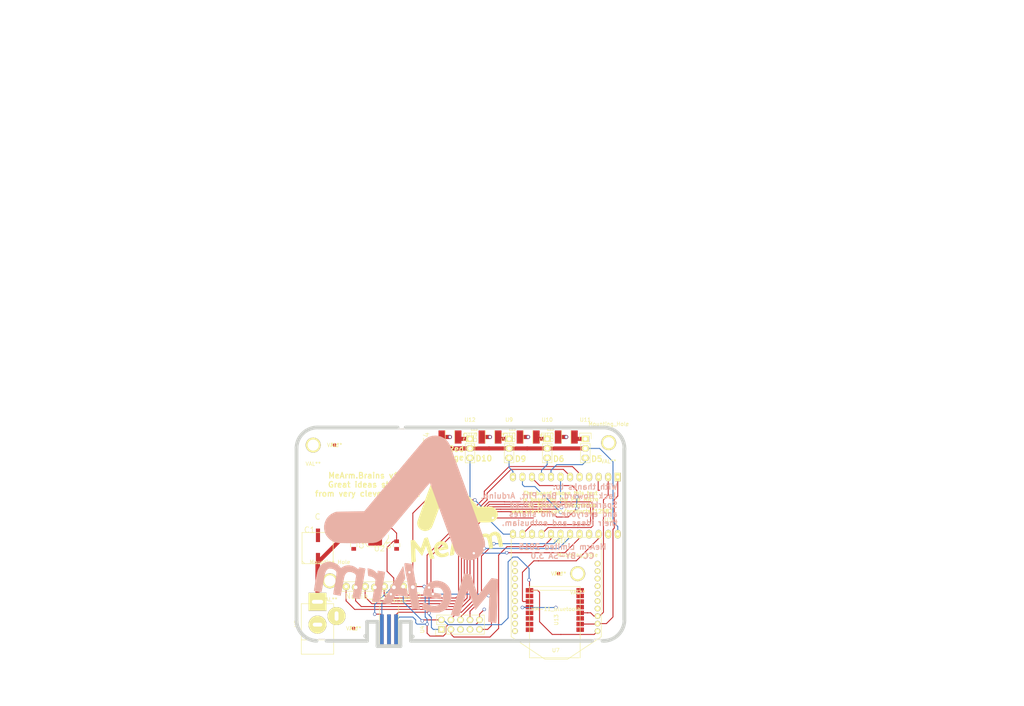
<source format=kicad_pcb>
(kicad_pcb (version 4) (host pcbnew "(2015-01-16 BZR 5376)-product")

  (general
    (links 62)
    (no_connects 21)
    (area 12.573 -41.798043 285.160877 146.404001)
    (thickness 1.6)
    (drawings 39)
    (tracks 361)
    (zones 0)
    (modules 44)
    (nets 54)
  )

  (page A4)
  (layers
    (0 F.Cu signal)
    (1 In1.Cu signal)
    (2 In2.Cu signal)
    (31 B.Cu signal)
    (32 B.Adhes user)
    (33 F.Adhes user)
    (34 B.Paste user)
    (35 F.Paste user)
    (36 B.SilkS user)
    (37 F.SilkS user)
    (38 B.Mask user)
    (39 F.Mask user)
    (40 Dwgs.User user)
    (41 Cmts.User user)
    (42 Eco1.User user)
    (43 Eco2.User user)
    (44 Edge.Cuts user)
    (45 Margin user)
    (46 B.CrtYd user)
    (47 F.CrtYd user)
    (48 B.Fab user)
    (49 F.Fab user)
  )

  (setup
    (last_trace_width 0.254)
    (user_trace_width 1.1)
    (user_trace_width 2)
    (trace_clearance 0.254)
    (zone_clearance 0.508)
    (zone_45_only no)
    (trace_min 0.254)
    (segment_width 0.2)
    (edge_width 1)
    (via_size 0.889)
    (via_drill 0.635)
    (via_min_size 0.889)
    (via_min_drill 0.508)
    (uvia_size 0.508)
    (uvia_drill 0.127)
    (uvias_allowed no)
    (uvia_min_size 0.508)
    (uvia_min_drill 0.127)
    (pcb_text_width 0.3)
    (pcb_text_size 1.5 1.5)
    (mod_edge_width 0.15)
    (mod_text_size 1 1)
    (mod_text_width 0.15)
    (pad_size 2 1.2)
    (pad_drill 0)
    (pad_to_mask_clearance 0)
    (aux_axis_origin 0 0)
    (visible_elements 7FFFF77F)
    (pcbplotparams
      (layerselection 0x010f0_80000001)
      (usegerberextensions true)
      (excludeedgelayer true)
      (linewidth 0.100000)
      (plotframeref false)
      (viasonmask false)
      (mode 1)
      (useauxorigin false)
      (hpglpennumber 1)
      (hpglpenspeed 20)
      (hpglpendiameter 15)
      (hpglpenoverlay 2)
      (psnegative false)
      (psa4output false)
      (plotreference false)
      (plotvalue false)
      (plotinvisibletext false)
      (padsonsilk false)
      (subtractmaskfromsilk true)
      (outputformat 1)
      (mirror false)
      (drillshape 0)
      (scaleselection 1)
      (outputdirectory Gerbers/))
  )

  (net 0 "")
  (net 1 GND)
  (net 2 +6V)
  (net 3 +3V3)
  (net 4 I2C_SDA)
  (net 5 I2C_SCLK)
  (net 6 BT_TX)
  (net 7 BT_RX)
  (net 8 LCD_DC)
  (net 9 RIGHT)
  (net 10 LEFT)
  (net 11 LCD_RST)
  (net 12 LCD_CE)
  (net 13 WAIST)
  (net 14 CLAW)
  (net 15 MOSI_D16)
  (net 16 MISO_D14)
  (net 17 SCLK_D15)
  (net 18 A0)
  (net 19 A1)
  (net 20 A2)
  (net 21 A3)
  (net 22 RST)
  (net 23 "Net-(U7-Pad1)")
  (net 24 "Net-(U7-Pad3)")
  (net 25 "Net-(U7-Pad5)")
  (net 26 "Net-(U7-Pad6)")
  (net 27 "Net-(U7-Pad7)")
  (net 28 "Net-(U7-Pad8)")
  (net 29 "Net-(U7-Pad10)")
  (net 30 "Net-(U7-Pad13)")
  (net 31 "Net-(U7-Pad14)")
  (net 32 "Net-(U7-Pad15)")
  (net 33 "Net-(U7-Pad16)")
  (net 34 "Net-(U13-Pad4)")
  (net 35 "Net-(U13-Pad5)")
  (net 36 "Net-(U13-Pad6)")
  (net 37 "Net-(U13-Pad7)")
  (net 38 "Net-(U13-Pad8)")
  (net 39 "Net-(U13-Pad9)")
  (net 40 "Net-(U13-Pad12)")
  (net 41 "Net-(U13-Pad13)")
  (net 42 "Net-(U13-Pad14)")
  (net 43 "Net-(U13-Pad15)")
  (net 44 "Net-(U13-Pad16)")
  (net 45 "Net-(U13-Pad17)")
  (net 46 "Net-(U13-Pad18)")
  (net 47 "Net-(U13-Pad19)")
  (net 48 "Net-(U13-Pad20)")
  (net 49 "Net-(U3-Pad21)")
  (net 50 "Net-(F1-Pad1)")
  (net 51 "Net-(F2-Pad1)")
  (net 52 "Net-(F3-Pad1)")
  (net 53 "Net-(F4-Pad1)")

  (net_class Default "This is the default net class."
    (clearance 0.254)
    (trace_width 0.254)
    (via_dia 0.889)
    (via_drill 0.635)
    (uvia_dia 0.508)
    (uvia_drill 0.127)
    (add_net +3V3)
    (add_net +6V)
    (add_net A0)
    (add_net A1)
    (add_net A2)
    (add_net A3)
    (add_net BT_RX)
    (add_net BT_TX)
    (add_net CLAW)
    (add_net GND)
    (add_net I2C_SCLK)
    (add_net I2C_SDA)
    (add_net LCD_CE)
    (add_net LCD_DC)
    (add_net LCD_RST)
    (add_net LEFT)
    (add_net MISO_D14)
    (add_net MOSI_D16)
    (add_net "Net-(F1-Pad1)")
    (add_net "Net-(F2-Pad1)")
    (add_net "Net-(F3-Pad1)")
    (add_net "Net-(F4-Pad1)")
    (add_net "Net-(U13-Pad12)")
    (add_net "Net-(U13-Pad13)")
    (add_net "Net-(U13-Pad14)")
    (add_net "Net-(U13-Pad15)")
    (add_net "Net-(U13-Pad16)")
    (add_net "Net-(U13-Pad17)")
    (add_net "Net-(U13-Pad18)")
    (add_net "Net-(U13-Pad19)")
    (add_net "Net-(U13-Pad20)")
    (add_net "Net-(U13-Pad4)")
    (add_net "Net-(U13-Pad5)")
    (add_net "Net-(U13-Pad6)")
    (add_net "Net-(U13-Pad7)")
    (add_net "Net-(U13-Pad8)")
    (add_net "Net-(U13-Pad9)")
    (add_net "Net-(U3-Pad21)")
    (add_net "Net-(U7-Pad1)")
    (add_net "Net-(U7-Pad10)")
    (add_net "Net-(U7-Pad13)")
    (add_net "Net-(U7-Pad14)")
    (add_net "Net-(U7-Pad15)")
    (add_net "Net-(U7-Pad16)")
    (add_net "Net-(U7-Pad3)")
    (add_net "Net-(U7-Pad5)")
    (add_net "Net-(U7-Pad6)")
    (add_net "Net-(U7-Pad7)")
    (add_net "Net-(U7-Pad8)")
    (add_net RIGHT)
    (add_net RST)
    (add_net SCLK_D15)
    (add_net WAIST)
  )

  (module Brains:HM-11_BT (layer F.Cu) (tedit 557AF0B5) (tstamp 55115D77)
    (at 160.528 114.554 180)
    (path /550C063F)
    (fp_text reference U7 (at 0 -17 180) (layer F.SilkS)
      (effects (font (size 1 1) (thickness 0.15)))
    )
    (fp_text value HM-11_Bluetooth (at 0 -6 180) (layer F.SilkS)
      (effects (font (size 1 1) (thickness 0.15)))
    )
    (fp_line (start -6.5 -19) (end -6.5 0) (layer F.SilkS) (width 0.15))
    (fp_line (start 7 -19) (end -6.5 -19) (layer F.SilkS) (width 0.15))
    (fp_line (start 6.5 -1) (end -6.5 -1) (layer F.SilkS) (width 0.15))
    (fp_line (start 7 -18) (end 7 -19) (layer F.SilkS) (width 0.15))
    (fp_line (start 7 0) (end 7 -18) (layer F.SilkS) (width 0.15))
    (fp_line (start -6.5 0) (end 7 0) (layer F.SilkS) (width 0.15))
    (pad 1 smd rect (at -6.5 -11.5 180) (size 2 1.2) (layers F.Cu F.Mask)
      (net 23 "Net-(U7-Pad1)"))
    (pad 2 smd rect (at -6.5 -10 180) (size 2 1.2) (layers F.Cu F.Mask)
      (net 6 BT_TX))
    (pad 3 smd rect (at -6.5 -8.5 180) (size 2 1.2) (layers F.Cu F.Mask)
      (net 24 "Net-(U7-Pad3)"))
    (pad 4 smd rect (at -6.5 -7 180) (size 2 1.2) (layers F.Cu F.Mask)
      (net 7 BT_RX))
    (pad 5 smd rect (at -6.5 -5.5 180) (size 2 1.2) (layers F.Cu F.Mask)
      (net 25 "Net-(U7-Pad5)"))
    (pad 6 smd rect (at -6.5 -4 180) (size 2 1.2) (layers F.Cu F.Mask)
      (net 26 "Net-(U7-Pad6)"))
    (pad 7 smd rect (at -6.5 -2.5 180) (size 2 1.2) (layers F.Cu F.Mask)
      (net 27 "Net-(U7-Pad7)"))
    (pad 8 smd rect (at -6.5 -1 180) (size 2 1.2) (layers F.Cu F.Mask)
      (net 28 "Net-(U7-Pad8)"))
    (pad 9 smd rect (at 7 -1 180) (size 2 1.2) (layers F.Cu F.Mask)
      (net 3 +3V3))
    (pad 10 smd rect (at 7 -2.5 180) (size 2 1.2) (layers F.Cu F.Mask)
      (net 29 "Net-(U7-Pad10)"))
    (pad 11 smd rect (at 7 -4 180) (size 2 1.2) (layers F.Cu F.Mask)
      (net 22 RST))
    (pad 12 smd rect (at 7 -5.5 180) (size 2 1.2) (layers F.Cu F.Mask)
      (net 1 GND))
    (pad 13 smd rect (at 7 -7 180) (size 2 1.2) (layers F.Cu F.Mask)
      (net 30 "Net-(U7-Pad13)"))
    (pad 14 smd rect (at 7 -8.5 180) (size 2 1.2) (layers F.Cu F.Mask)
      (net 31 "Net-(U7-Pad14)"))
    (pad 15 smd rect (at 7 -10 180) (size 2 1.2) (layers F.Cu F.Mask)
      (net 32 "Net-(U7-Pad15)"))
    (pad 16 smd rect (at 7 -11.5 180) (size 2 1.2) (layers F.Cu F.Mask)
      (net 33 "Net-(U7-Pad16)"))
  )

  (module WiiChuck (layer F.Cu) (tedit 557AF07C) (tstamp 5571A391)
    (at 116.078 119.634)
    (path /550C0BAD)
    (fp_text reference U1 (at 0 -2.54) (layer F.SilkS)
      (effects (font (size 1 1) (thickness 0.15)))
    )
    (fp_text value WiiChuckCon (at 0 -1.27) (layer F.SilkS)
      (effects (font (size 1 1) (thickness 0.15)))
    )
    (fp_line (start 2.54 10.795) (end 2.54 0) (layer F.SilkS) (width 0.15))
    (fp_line (start -2.54 10.795) (end -2.54 0) (layer F.SilkS) (width 0.15))
    (fp_line (start -2.54 10.795) (end 2.54 10.795) (layer F.SilkS) (width 0.15))
    (pad 1 smd rect (at -1.905 6.35) (size 1 8) (layers F.Cu F.Mask)
      (net 3 +3V3))
    (pad 2 smd rect (at 0 6.35) (size 1 8) (layers F.Cu F.Mask))
    (pad 3 smd rect (at 1.905 6.35) (size 1 8) (layers F.Cu F.Mask)
      (net 4 I2C_SDA))
    (pad 4 smd rect (at -1.905 6.35) (size 1 8) (layers B.Cu B.Mask)
      (net 5 I2C_SCLK))
    (pad 5 smd rect (at 0 6.35) (size 1 8) (layers B.Cu B.Paste B.Mask))
    (pad 6 smd rect (at 1.905 6.35) (size 1 8) (layers B.Cu B.Paste B.Mask)
      (net 1 GND))
  )

  (module Sockets_DIP:DIP-24__600_ELL (layer F.Cu) (tedit 5579B4B4) (tstamp 55115D2A)
    (at 163.068 92.964 180)
    (descr "24 pins DIL package, elliptical pads")
    (tags DIL)
    (path /550C12FC)
    (fp_text reference U3 (at -11.43 -3.81 180) (layer F.SilkS)
      (effects (font (size 1 1) (thickness 0.15)))
    )
    (fp_text value promicro (at 0 2.54 180) (layer F.Fab)
      (effects (font (size 1 1) (thickness 0.15)))
    )
    (pad 1 thru_hole rect (at -13.97 7.62 180) (size 1.5748 2.286) (drill 0.8128) (layers *.Cu *.Mask F.SilkS)
      (net 6 BT_TX))
    (pad 2 thru_hole oval (at -11.43 7.62 180) (size 1.5748 2.286) (drill 0.8128) (layers *.Cu *.Mask F.SilkS)
      (net 7 BT_RX))
    (pad 3 thru_hole oval (at -8.89 7.62 180) (size 1.5748 2.286) (drill 0.8128) (layers *.Cu *.Mask F.SilkS)
      (net 1 GND))
    (pad 4 thru_hole oval (at -6.35 7.62 180) (size 1.5748 2.286) (drill 0.8128) (layers *.Cu *.Mask F.SilkS)
      (net 1 GND))
    (pad 5 thru_hole oval (at -3.81 7.62 180) (size 1.5748 2.286) (drill 0.8128) (layers *.Cu *.Mask F.SilkS)
      (net 4 I2C_SDA))
    (pad 6 thru_hole oval (at -1.27 7.62 180) (size 1.5748 2.286) (drill 0.8128) (layers *.Cu *.Mask F.SilkS)
      (net 5 I2C_SCLK))
    (pad 7 thru_hole oval (at 1.27 7.62 180) (size 1.5748 2.286) (drill 0.8128) (layers *.Cu *.Mask F.SilkS)
      (net 8 LCD_DC))
    (pad 8 thru_hole oval (at 3.81 7.62 180) (size 1.5748 2.286) (drill 0.8128) (layers *.Cu *.Mask F.SilkS)
      (net 9 RIGHT))
    (pad 9 thru_hole oval (at 6.35 7.62 180) (size 1.5748 2.286) (drill 0.8128) (layers *.Cu *.Mask F.SilkS)
      (net 10 LEFT))
    (pad 10 thru_hole oval (at 8.89 7.62 180) (size 1.5748 2.286) (drill 0.8128) (layers *.Cu *.Mask F.SilkS)
      (net 11 LCD_RST))
    (pad 11 thru_hole oval (at 11.43 7.62 180) (size 1.5748 2.286) (drill 0.8128) (layers *.Cu *.Mask F.SilkS)
      (net 12 LCD_CE))
    (pad 12 thru_hole oval (at 13.97 7.62 180) (size 1.5748 2.286) (drill 0.8128) (layers *.Cu *.Mask F.SilkS)
      (net 13 WAIST))
    (pad 13 thru_hole oval (at 13.97 -7.62 180) (size 1.5748 2.286) (drill 0.8128) (layers *.Cu *.Mask F.SilkS)
      (net 14 CLAW))
    (pad 14 thru_hole oval (at 11.43 -7.62 180) (size 1.5748 2.286) (drill 0.8128) (layers *.Cu *.Mask F.SilkS)
      (net 15 MOSI_D16))
    (pad 15 thru_hole oval (at 8.89 -7.62 180) (size 1.5748 2.286) (drill 0.8128) (layers *.Cu *.Mask F.SilkS)
      (net 16 MISO_D14))
    (pad 16 thru_hole oval (at 6.35 -7.62 180) (size 1.5748 2.286) (drill 0.8128) (layers *.Cu *.Mask F.SilkS)
      (net 17 SCLK_D15))
    (pad 17 thru_hole oval (at 3.81 -7.62 180) (size 1.5748 2.286) (drill 0.8128) (layers *.Cu *.Mask F.SilkS)
      (net 18 A0))
    (pad 18 thru_hole oval (at 1.27 -7.62 180) (size 1.5748 2.286) (drill 0.8128) (layers *.Cu *.Mask F.SilkS)
      (net 19 A1))
    (pad 19 thru_hole oval (at -1.27 -7.62 180) (size 1.5748 2.286) (drill 0.8128) (layers *.Cu *.Mask F.SilkS)
      (net 20 A2))
    (pad 20 thru_hole oval (at -3.81 -7.62 180) (size 1.5748 2.286) (drill 0.8128) (layers *.Cu *.Mask F.SilkS)
      (net 21 A3))
    (pad 21 thru_hole oval (at -6.35 -7.62 180) (size 1.5748 2.286) (drill 0.8128) (layers *.Cu *.Mask F.SilkS)
      (net 49 "Net-(U3-Pad21)"))
    (pad 22 thru_hole oval (at -8.89 -7.62 180) (size 1.5748 2.286) (drill 0.8128) (layers *.Cu *.Mask F.SilkS)
      (net 22 RST))
    (pad 23 thru_hole oval (at -11.43 -7.62 180) (size 1.5748 2.286) (drill 0.8128) (layers *.Cu *.Mask F.SilkS)
      (net 1 GND))
    (pad 24 thru_hole oval (at -13.97 -7.62 180) (size 1.5748 2.286) (drill 0.8128) (layers *.Cu *.Mask F.SilkS)
      (net 2 +6V))
    (model Sockets_DIP.3dshapes/DIP-24__600_ELL.wrl
      (at (xyz 0 0 0))
      (scale (xyz 1 1 1))
      (rotate (xyz 0 0 0))
    )
  )

  (module Brains:TinyDrillHole (layer F.Cu) (tedit 5579B018) (tstamp 5579B5B3)
    (at 98.933 128.651)
    (fp_text reference "" (at 0 0) (layer F.SilkS)
      (effects (font (size 1 1) (thickness 0.15)))
    )
    (fp_text value "" (at 0 0 90) (layer F.SilkS)
      (effects (font (size 1 1) (thickness 0.15)))
    )
    (pad 2 thru_hole circle (at 0 0) (size 0.3 0.3) (drill 0.3) (layers *.Cu *.Mask F.SilkS))
  )

  (module Brains:TinyDrillHole (layer F.Cu) (tedit 5579B018) (tstamp 5579B5AF)
    (at 98.552 128.651)
    (fp_text reference "" (at 0 0) (layer F.SilkS)
      (effects (font (size 1 1) (thickness 0.15)))
    )
    (fp_text value "" (at 0 0 90) (layer F.SilkS)
      (effects (font (size 1 1) (thickness 0.15)))
    )
    (pad 2 thru_hole circle (at 0 0) (size 0.3 0.3) (drill 0.3) (layers *.Cu *.Mask F.SilkS))
  )

  (module Brains:TinyDrillHole (layer F.Cu) (tedit 5579B018) (tstamp 5579B5AB)
    (at 98.171 128.651)
    (fp_text reference "" (at 0 0) (layer F.SilkS)
      (effects (font (size 1 1) (thickness 0.15)))
    )
    (fp_text value "" (at 0 0 90) (layer F.SilkS)
      (effects (font (size 1 1) (thickness 0.15)))
    )
    (pad 2 thru_hole circle (at 0 0) (size 0.3 0.3) (drill 0.3) (layers *.Cu *.Mask F.SilkS))
  )

  (module Brains:TinyDrillHole (layer F.Cu) (tedit 5579B018) (tstamp 5579B5A7)
    (at 97.79 128.651)
    (fp_text reference "" (at 0 0) (layer F.SilkS)
      (effects (font (size 1 1) (thickness 0.15)))
    )
    (fp_text value "" (at 0 0 90) (layer F.SilkS)
      (effects (font (size 1 1) (thickness 0.15)))
    )
    (pad 2 thru_hole circle (at 0 0) (size 0.3 0.3) (drill 0.3) (layers *.Cu *.Mask F.SilkS))
  )

  (module TinyDrillHole (layer F.Cu) (tedit 5579B018) (tstamp 5579B5A3)
    (at 97.409 128.651)
    (fp_text reference "" (at 0 0) (layer F.SilkS)
      (effects (font (size 1 1) (thickness 0.15)))
    )
    (fp_text value "" (at 0 0 90) (layer F.SilkS)
      (effects (font (size 1 1) (thickness 0.15)))
    )
    (pad 2 thru_hole circle (at 0 0) (size 0.3 0.3) (drill 0.3) (layers *.Cu *.Mask F.SilkS))
  )

  (module Brains:TinyDrillHole (layer F.Cu) (tedit 5579B018) (tstamp 5579B58B)
    (at 172.339 128.651)
    (fp_text reference "" (at 0 0) (layer F.SilkS)
      (effects (font (size 1 1) (thickness 0.15)))
    )
    (fp_text value "" (at 0 0 90) (layer F.SilkS)
      (effects (font (size 1 1) (thickness 0.15)))
    )
    (pad 2 thru_hole circle (at 0 0) (size 0.3 0.3) (drill 0.3) (layers *.Cu *.Mask F.SilkS))
  )

  (module Brains:TinyDrillHole (layer F.Cu) (tedit 5579B018) (tstamp 5579B587)
    (at 171.958 128.651)
    (fp_text reference "" (at 0 0) (layer F.SilkS)
      (effects (font (size 1 1) (thickness 0.15)))
    )
    (fp_text value "" (at 0 0 90) (layer F.SilkS)
      (effects (font (size 1 1) (thickness 0.15)))
    )
    (pad 2 thru_hole circle (at 0 0) (size 0.3 0.3) (drill 0.3) (layers *.Cu *.Mask F.SilkS))
  )

  (module Brains:TinyDrillHole (layer F.Cu) (tedit 5579B018) (tstamp 5579B583)
    (at 171.577 128.651)
    (fp_text reference "" (at 0 0) (layer F.SilkS)
      (effects (font (size 1 1) (thickness 0.15)))
    )
    (fp_text value "" (at 0 0 90) (layer F.SilkS)
      (effects (font (size 1 1) (thickness 0.15)))
    )
    (pad 2 thru_hole circle (at 0 0) (size 0.3 0.3) (drill 0.3) (layers *.Cu *.Mask F.SilkS))
  )

  (module Brains:TinyDrillHole (layer F.Cu) (tedit 5579B018) (tstamp 5579B57F)
    (at 171.196 128.651)
    (fp_text reference "" (at 0 0) (layer F.SilkS)
      (effects (font (size 1 1) (thickness 0.15)))
    )
    (fp_text value "" (at 0 0 90) (layer F.SilkS)
      (effects (font (size 1 1) (thickness 0.15)))
    )
    (pad 2 thru_hole circle (at 0 0) (size 0.3 0.3) (drill 0.3) (layers *.Cu *.Mask F.SilkS))
  )

  (module TinyDrillHole (layer F.Cu) (tedit 5579B018) (tstamp 5579B57B)
    (at 170.815 128.651)
    (fp_text reference "" (at 0 0) (layer F.SilkS)
      (effects (font (size 1 1) (thickness 0.15)))
    )
    (fp_text value "" (at 0 0 90) (layer F.SilkS)
      (effects (font (size 1 1) (thickness 0.15)))
    )
    (pad 2 thru_hole circle (at 0 0) (size 0.3 0.3) (drill 0.3) (layers *.Cu *.Mask F.SilkS))
  )

  (module TinyDrillHole (layer F.Cu) (tedit 5579B018) (tstamp 55798979)
    (at 118.618 72.517)
    (fp_text reference "" (at 0 0) (layer F.SilkS)
      (effects (font (size 1 1) (thickness 0.15)))
    )
    (fp_text value "" (at 0 0 90) (layer F.SilkS)
      (effects (font (size 1 1) (thickness 0.15)))
    )
    (pad 2 thru_hole circle (at 0 0) (size 0.3 0.3) (drill 0.3) (layers *.Cu *.Mask F.SilkS))
  )

  (module Brains:Nokia5510LCD (layer F.Cu) (tedit 55794FD9) (tstamp 553F5A70)
    (at 113.538 112.014)
    (path /550BFF9E)
    (fp_text reference U2 (at 0 -7.62) (layer F.SilkS)
      (effects (font (size 1.5 1.5) (thickness 0.15)))
    )
    (fp_text value Nokia_5510_LCD (at 0 5.08) (layer F.SilkS)
      (effects (font (size 1.5 1.5) (thickness 0.15)))
    )
    (fp_text user GND (at 8.89 5.08) (layer F.SilkS)
      (effects (font (size 1.5 1.5) (thickness 0.15)))
    )
    (fp_line (start -10.16 1.27) (end 7.62 1.27) (layer F.SilkS) (width 0.15))
    (fp_line (start -10.16 1.27) (end -10.16 3.81) (layer F.SilkS) (width 0.15))
    (fp_line (start -10.16 3.81) (end 7.62 3.81) (layer F.SilkS) (width 0.15))
    (pad 1 thru_hole circle (at -8.89 2.54) (size 2 2) (drill 0.9) (layers *.Cu *.Mask F.SilkS)
      (net 11 LCD_RST))
    (pad 2 thru_hole circle (at -6.35 2.75) (size 2 2) (drill 1) (layers *.Cu *.Mask F.SilkS)
      (net 12 LCD_CE))
    (pad 3 thru_hole circle (at -3.81 2.54) (size 2 2) (drill 1) (layers *.Cu *.Mask F.SilkS)
      (net 8 LCD_DC))
    (pad 4 thru_hole circle (at -1.25 2.75) (size 2 2) (drill 1) (layers *.Cu *.Mask F.SilkS)
      (net 15 MOSI_D16))
    (pad 5 thru_hole circle (at 1.27 2.54) (size 2 2) (drill 1) (layers *.Cu *.Mask F.SilkS)
      (net 17 SCLK_D15))
    (pad 6 thru_hole circle (at 3.85 2.75) (size 2 2) (drill 1) (layers *.Cu *.Mask F.SilkS)
      (net 3 +3V3))
    (pad 7 thru_hole circle (at 6.35 2.54) (size 2 2) (drill 1) (layers *.Cu *.Mask F.SilkS)
      (net 3 +3V3))
    (pad 8 thru_hole rect (at 8.9 2.7) (size 2 2) (drill 1) (layers *.Cu *.Mask F.SilkS)
      (net 1 GND))
  )

  (module Fid (layer F.Cu) (tedit 5568676C) (tstamp 556863B5)
    (at 101.6 76.835)
    (fp_text reference Fid (at 0 0) (layer F.SilkS)
      (effects (font (size 1 1) (thickness 0.15)))
    )
    (fp_text value VAL** (at 0 0) (layer F.SilkS)
      (effects (font (size 1 1) (thickness 0.15)))
    )
    (pad 1 smd circle (at 0 0) (size 1 1) (layers F.Cu F.Paste F.Mask)
      (solder_mask_margin 1) (clearance 1) (zone_connect 0))
  )

  (module Brains:EEE1CA471UP_Capacitor (layer F.Cu) (tedit 55685F67) (tstamp 5565BE56)
    (at 97.155 104.14 180)
    (path /550C7FAE)
    (fp_text reference C1 (at 2.25 4.7 180) (layer F.SilkS)
      (effects (font (size 1.5 1.5) (thickness 0.15)))
    )
    (fp_text value C (at 0.1 8.2 180) (layer F.SilkS)
      (effects (font (size 1.5 1.5) (thickness 0.15)))
    )
    (fp_line (start 3.55 -4.3) (end 4.25 -3.6) (layer F.SilkS) (width 0.15))
    (fp_line (start -4.05 4) (end -4.05 -4.3) (layer F.SilkS) (width 0.15))
    (fp_line (start -4.05 -4.3) (end 4.25 -4.3) (layer F.SilkS) (width 0.15))
    (fp_line (start 4.25 -4.3) (end 4.25 4) (layer F.SilkS) (width 0.15))
    (fp_line (start 4.25 4) (end -3.95 4) (layer F.SilkS) (width 0.15))
    (pad 1 smd rect (at 0 -3.25 180) (size 1.1 3.6) (layers F.Cu F.Paste F.Mask)
      (net 2 +6V))
    (pad 2 smd rect (at 0 3.25 180) (size 1.1 3.6) (layers F.Cu F.Paste F.Mask)
      (net 1 GND))
  )

  (module Pin_Headers:Pin_Header_Straight_2x05 (layer F.Cu) (tedit 55685E74) (tstamp 55115D44)
    (at 130.048 125.984 90)
    (descr "Through hole pin header")
    (tags "pin header")
    (path /550C095A)
    (fp_text reference U4 (at 0 -5.1 90) (layer F.SilkS)
      (effects (font (size 1 1) (thickness 0.15)))
    )
    (fp_text value JoyConnectISP (at -3.556 5.207 360) (layer F.Fab)
      (effects (font (size 1 1) (thickness 0.15)))
    )
    (fp_line (start -1.75 -1.75) (end -1.75 11.95) (layer F.CrtYd) (width 0.05))
    (fp_line (start 4.3 -1.75) (end 4.3 11.95) (layer F.CrtYd) (width 0.05))
    (fp_line (start -1.75 -1.75) (end 4.3 -1.75) (layer F.CrtYd) (width 0.05))
    (fp_line (start -1.75 11.95) (end 4.3 11.95) (layer F.CrtYd) (width 0.05))
    (fp_line (start 3.81 -1.27) (end 3.81 11.43) (layer F.SilkS) (width 0.15))
    (fp_line (start 3.81 11.43) (end -1.27 11.43) (layer F.SilkS) (width 0.15))
    (fp_line (start -1.27 11.43) (end -1.27 1.27) (layer F.SilkS) (width 0.15))
    (fp_line (start 3.81 -1.27) (end 1.27 -1.27) (layer F.SilkS) (width 0.15))
    (fp_line (start 0 -1.55) (end -1.55 -1.55) (layer F.SilkS) (width 0.15))
    (fp_line (start 1.27 -1.27) (end 1.27 1.27) (layer F.SilkS) (width 0.15))
    (fp_line (start 1.27 1.27) (end -1.27 1.27) (layer F.SilkS) (width 0.15))
    (fp_line (start -1.55 -1.55) (end -1.55 0) (layer F.SilkS) (width 0.15))
    (pad 1 thru_hole rect (at 0 0 90) (size 1.7272 1.7272) (drill 1.016) (layers *.Cu *.Mask F.SilkS)
      (net 4 I2C_SDA))
    (pad 2 thru_hole oval (at 2.54 0 90) (size 1.7272 1.7272) (drill 1.016) (layers *.Cu *.Mask F.SilkS)
      (net 3 +3V3))
    (pad 3 thru_hole oval (at 0 2.54 90) (size 1.7272 1.7272) (drill 1.016) (layers *.Cu *.Mask F.SilkS)
      (net 18 A0))
    (pad 4 thru_hole oval (at 2.54 2.54 90) (size 1.7272 1.7272) (drill 1.016) (layers *.Cu *.Mask F.SilkS)
      (net 21 A3))
    (pad 5 thru_hole oval (at 0 5.08 90) (size 1.7272 1.7272) (drill 1.016) (layers *.Cu *.Mask F.SilkS)
      (net 1 GND))
    (pad 6 thru_hole oval (at 2.54 5.08 90) (size 1.7272 1.7272) (drill 1.016) (layers *.Cu *.Mask F.SilkS)
      (net 20 A2))
    (pad 7 thru_hole oval (at 0 7.62 90) (size 1.7272 1.7272) (drill 1.016) (layers *.Cu *.Mask F.SilkS)
      (net 1 GND))
    (pad 8 thru_hole oval (at 2.54 7.62 90) (size 1.7272 1.7272) (drill 1.016) (layers *.Cu *.Mask F.SilkS)
      (net 19 A1))
    (pad 9 thru_hole oval (at 0 10.16 90) (size 1.7272 1.7272) (drill 1.016) (layers *.Cu *.Mask F.SilkS)
      (net 5 I2C_SCLK))
    (pad 10 thru_hole oval (at 2.54 10.16 90) (size 1.7272 1.7272) (drill 1.016) (layers *.Cu *.Mask F.SilkS)
      (net 1 GND))
    (model Pin_Headers.3dshapes/Pin_Header_Straight_2x05.wrl
      (at (xyz 0.05 -0.2 0))
      (scale (xyz 1 1 1))
      (rotate (xyz 0 0 90))
    )
  )

  (module Connect:JACK_ALIM (layer F.Cu) (tedit 55794F2D) (tstamp 55115D4B)
    (at 97.028 124.714 90)
    (descr "module 1 pin (ou trou mecanique de percage)")
    (tags "CONN JACK")
    (path /550C0A0B)
    (fp_text reference U5 (at 0.254 -5.588 90) (layer F.SilkS)
      (effects (font (size 1 1) (thickness 0.15)))
    )
    (fp_text value JACK_2MM1 (at -5.08 5.588 90) (layer F.Fab)
      (effects (font (size 1 1) (thickness 0.15)))
    )
    (fp_line (start -7.112 -4.318) (end -7.874 -4.318) (layer F.SilkS) (width 0.15))
    (fp_line (start -7.874 -4.318) (end -7.874 4.318) (layer F.SilkS) (width 0.15))
    (fp_line (start -7.874 4.318) (end -7.112 4.318) (layer F.SilkS) (width 0.15))
    (fp_line (start -4.064 -4.318) (end -4.064 4.318) (layer F.SilkS) (width 0.15))
    (fp_line (start 5.588 -4.318) (end 5.588 4.318) (layer F.SilkS) (width 0.15))
    (fp_line (start -7.112 4.318) (end 5.588 4.318) (layer F.SilkS) (width 0.15))
    (fp_line (start -7.112 -4.318) (end 5.588 -4.318) (layer F.SilkS) (width 0.15))
    (pad 2 thru_hole circle (at 0 0 90) (size 4.8006 4.8006) (drill oval 1.016 2.54) (layers *.Cu *.Mask F.SilkS)
      (net 1 GND))
    (pad 1 thru_hole rect (at 6.096 0 90) (size 4.8006 4.8006) (drill oval 1.016 3) (layers *.Cu *.Mask F.SilkS)
      (net 2 +6V))
    (pad 3 thru_hole circle (at 2.286 5.08 90) (size 4.8006 4.8006) (drill oval 2.54 1.016) (layers *.Cu *.Mask F.SilkS)
      (net 1 GND))
    (model Connect.3dshapes/JACK_ALIM.wrl
      (at (xyz 0 0 0))
      (scale (xyz 0.8 0.8 0.8))
      (rotate (xyz 0 0 0))
    )
  )

  (module SMD_Packages:SOT-223 (layer F.Cu) (tedit 5565C196) (tstamp 55115D7F)
    (at 112.395 99.314 180)
    (descr "module CMS SOT223 4 pins")
    (tags "CMS SOT")
    (path /550C408A)
    (attr smd)
    (fp_text reference U8 (at 0 -0.762 180) (layer F.SilkS)
      (effects (font (size 1 1) (thickness 0.15)))
    )
    (fp_text value AP1117_V_REG (at 0 0.762 180) (layer F.Fab)
      (effects (font (size 1 1) (thickness 0.15)))
    )
    (fp_line (start -3.556 1.524) (end -3.556 4.572) (layer F.SilkS) (width 0.15))
    (fp_line (start -3.556 4.572) (end 3.556 4.572) (layer F.SilkS) (width 0.15))
    (fp_line (start 3.556 4.572) (end 3.556 1.524) (layer F.SilkS) (width 0.15))
    (fp_line (start -3.556 -1.524) (end -3.556 -2.286) (layer F.SilkS) (width 0.15))
    (fp_line (start -3.556 -2.286) (end -2.032 -4.572) (layer F.SilkS) (width 0.15))
    (fp_line (start -2.032 -4.572) (end 2.032 -4.572) (layer F.SilkS) (width 0.15))
    (fp_line (start 2.032 -4.572) (end 3.556 -2.286) (layer F.SilkS) (width 0.15))
    (fp_line (start 3.556 -2.286) (end 3.556 -1.524) (layer F.SilkS) (width 0.15))
    (pad 4 smd rect (at 0 -3.302 180) (size 3.6576 2.032) (layers F.Cu F.Paste F.Mask))
    (pad 2 smd rect (at 0 3.302 180) (size 1.016 2.032) (layers F.Cu F.Paste F.Mask)
      (net 3 +3V3))
    (pad 3 smd rect (at 2.286 3.302 180) (size 1.016 2.032) (layers F.Cu F.Paste F.Mask)
      (net 2 +6V))
    (pad 1 smd rect (at -2.286 3.302 180) (size 1.016 2.032) (layers F.Cu F.Paste F.Mask)
      (net 1 GND))
    (model SMD_Packages.3dshapes/SOT-223.wrl
      (at (xyz 0 0 0))
      (scale (xyz 0.4 0.4 0.4))
      (rotate (xyz 0 0 0))
    )
  )

  (module Pin_Headers:Pin_Header_Straight_1x03 (layer F.Cu) (tedit 557964A9) (tstamp 55115D91)
    (at 148.082 75.184)
    (descr "Through hole pin header")
    (tags "pin header")
    (path /550C0236)
    (fp_text reference U9 (at 0 -5.1) (layer F.SilkS)
      (effects (font (size 1 1) (thickness 0.15)))
    )
    (fp_text value "" (at 0 -3.1) (layer F.Fab)
      (effects (font (size 1 1) (thickness 0.15)))
    )
    (fp_line (start -1.75 -1.75) (end -1.75 6.85) (layer F.CrtYd) (width 0.05))
    (fp_line (start 1.75 -1.75) (end 1.75 6.85) (layer F.CrtYd) (width 0.05))
    (fp_line (start -1.75 -1.75) (end 1.75 -1.75) (layer F.CrtYd) (width 0.05))
    (fp_line (start -1.75 6.85) (end 1.75 6.85) (layer F.CrtYd) (width 0.05))
    (fp_line (start -1.27 1.27) (end -1.27 6.35) (layer F.SilkS) (width 0.15))
    (fp_line (start -1.27 6.35) (end 1.27 6.35) (layer F.SilkS) (width 0.15))
    (fp_line (start 1.27 6.35) (end 1.27 1.27) (layer F.SilkS) (width 0.15))
    (fp_line (start 1.55 -1.55) (end 1.55 0) (layer F.SilkS) (width 0.15))
    (fp_line (start 1.27 1.27) (end -1.27 1.27) (layer F.SilkS) (width 0.15))
    (fp_line (start -1.55 0) (end -1.55 -1.55) (layer F.SilkS) (width 0.15))
    (fp_line (start -1.55 -1.55) (end 1.55 -1.55) (layer F.SilkS) (width 0.15))
    (pad 1 thru_hole rect (at 0 0) (size 2.032 1.7272) (drill 1.016) (layers *.Cu *.Mask F.SilkS)
      (net 50 "Net-(F1-Pad1)"))
    (pad 2 thru_hole oval (at 0 2.54) (size 2.032 1.7272) (drill 1.016) (layers *.Cu *.Mask F.SilkS)
      (net 2 +6V))
    (pad 3 thru_hole oval (at 0 5.08) (size 2.032 1.7272) (drill 1.016) (layers *.Cu *.Mask F.SilkS)
      (net 13 WAIST))
    (model Pin_Headers.3dshapes/Pin_Header_Straight_1x03.wrl
      (at (xyz 0 -0.1 0))
      (scale (xyz 1 1 1))
      (rotate (xyz 0 0 90))
    )
  )

  (module Pin_Headers:Pin_Header_Straight_1x03 (layer F.Cu) (tedit 557964AD) (tstamp 55115DA3)
    (at 158.242 75.184)
    (descr "Through hole pin header")
    (tags "pin header")
    (path /550C01D9)
    (fp_text reference U10 (at 0 -5.1) (layer F.SilkS)
      (effects (font (size 1 1) (thickness 0.15)))
    )
    (fp_text value "" (at 0 -3.1) (layer F.Fab)
      (effects (font (size 1 1) (thickness 0.15)))
    )
    (fp_line (start -1.75 -1.75) (end -1.75 6.85) (layer F.CrtYd) (width 0.05))
    (fp_line (start 1.75 -1.75) (end 1.75 6.85) (layer F.CrtYd) (width 0.05))
    (fp_line (start -1.75 -1.75) (end 1.75 -1.75) (layer F.CrtYd) (width 0.05))
    (fp_line (start -1.75 6.85) (end 1.75 6.85) (layer F.CrtYd) (width 0.05))
    (fp_line (start -1.27 1.27) (end -1.27 6.35) (layer F.SilkS) (width 0.15))
    (fp_line (start -1.27 6.35) (end 1.27 6.35) (layer F.SilkS) (width 0.15))
    (fp_line (start 1.27 6.35) (end 1.27 1.27) (layer F.SilkS) (width 0.15))
    (fp_line (start 1.55 -1.55) (end 1.55 0) (layer F.SilkS) (width 0.15))
    (fp_line (start 1.27 1.27) (end -1.27 1.27) (layer F.SilkS) (width 0.15))
    (fp_line (start -1.55 0) (end -1.55 -1.55) (layer F.SilkS) (width 0.15))
    (fp_line (start -1.55 -1.55) (end 1.55 -1.55) (layer F.SilkS) (width 0.15))
    (pad 1 thru_hole rect (at 0 0) (size 2.032 1.7272) (drill 1.016) (layers *.Cu *.Mask F.SilkS)
      (net 51 "Net-(F2-Pad1)"))
    (pad 2 thru_hole oval (at 0 2.54) (size 2.032 1.7272) (drill 1.016) (layers *.Cu *.Mask F.SilkS)
      (net 2 +6V))
    (pad 3 thru_hole oval (at 0 5.08) (size 2.032 1.7272) (drill 1.016) (layers *.Cu *.Mask F.SilkS)
      (net 10 LEFT))
    (model Pin_Headers.3dshapes/Pin_Header_Straight_1x03.wrl
      (at (xyz 0 -0.1 0))
      (scale (xyz 1 1 1))
      (rotate (xyz 0 0 90))
    )
  )

  (module Pin_Headers:Pin_Header_Straight_1x03 (layer F.Cu) (tedit 557964B3) (tstamp 55115DB5)
    (at 168.402 75.184)
    (descr "Through hole pin header")
    (tags "pin header")
    (path /550C0186)
    (fp_text reference U11 (at 0 -5.1) (layer F.SilkS)
      (effects (font (size 1 1) (thickness 0.15)))
    )
    (fp_text value "" (at 0 -3.1) (layer F.Fab)
      (effects (font (size 1 1) (thickness 0.15)))
    )
    (fp_line (start -1.75 -1.75) (end -1.75 6.85) (layer F.CrtYd) (width 0.05))
    (fp_line (start 1.75 -1.75) (end 1.75 6.85) (layer F.CrtYd) (width 0.05))
    (fp_line (start -1.75 -1.75) (end 1.75 -1.75) (layer F.CrtYd) (width 0.05))
    (fp_line (start -1.75 6.85) (end 1.75 6.85) (layer F.CrtYd) (width 0.05))
    (fp_line (start -1.27 1.27) (end -1.27 6.35) (layer F.SilkS) (width 0.15))
    (fp_line (start -1.27 6.35) (end 1.27 6.35) (layer F.SilkS) (width 0.15))
    (fp_line (start 1.27 6.35) (end 1.27 1.27) (layer F.SilkS) (width 0.15))
    (fp_line (start 1.55 -1.55) (end 1.55 0) (layer F.SilkS) (width 0.15))
    (fp_line (start 1.27 1.27) (end -1.27 1.27) (layer F.SilkS) (width 0.15))
    (fp_line (start -1.55 0) (end -1.55 -1.55) (layer F.SilkS) (width 0.15))
    (fp_line (start -1.55 -1.55) (end 1.55 -1.55) (layer F.SilkS) (width 0.15))
    (pad 1 thru_hole rect (at 0 0) (size 2.032 1.7272) (drill 1.016) (layers *.Cu *.Mask F.SilkS)
      (net 52 "Net-(F3-Pad1)"))
    (pad 2 thru_hole oval (at 0 2.54) (size 2.032 1.7272) (drill 1.016) (layers *.Cu *.Mask F.SilkS)
      (net 2 +6V))
    (pad 3 thru_hole oval (at 0 5.08) (size 2.032 1.7272) (drill 1.016) (layers *.Cu *.Mask F.SilkS)
      (net 9 RIGHT))
    (model Pin_Headers.3dshapes/Pin_Header_Straight_1x03.wrl
      (at (xyz 0 -0.1 0))
      (scale (xyz 1 1 1))
      (rotate (xyz 0 0 90))
    )
  )

  (module Pin_Headers:Pin_Header_Straight_1x03 (layer F.Cu) (tedit 557964A3) (tstamp 553FA077)
    (at 137.668 75.184)
    (descr "Through hole pin header")
    (tags "pin header")
    (path /550C0141)
    (fp_text reference U12 (at 0 -5.1) (layer F.SilkS)
      (effects (font (size 1 1) (thickness 0.15)))
    )
    (fp_text value "" (at 0 -3.1) (layer F.Fab)
      (effects (font (size 1 1) (thickness 0.15)))
    )
    (fp_line (start -1.75 -1.75) (end -1.75 6.85) (layer F.CrtYd) (width 0.05))
    (fp_line (start 1.75 -1.75) (end 1.75 6.85) (layer F.CrtYd) (width 0.05))
    (fp_line (start -1.75 -1.75) (end 1.75 -1.75) (layer F.CrtYd) (width 0.05))
    (fp_line (start -1.75 6.85) (end 1.75 6.85) (layer F.CrtYd) (width 0.05))
    (fp_line (start -1.27 1.27) (end -1.27 6.35) (layer F.SilkS) (width 0.15))
    (fp_line (start -1.27 6.35) (end 1.27 6.35) (layer F.SilkS) (width 0.15))
    (fp_line (start 1.27 6.35) (end 1.27 1.27) (layer F.SilkS) (width 0.15))
    (fp_line (start 1.55 -1.55) (end 1.55 0) (layer F.SilkS) (width 0.15))
    (fp_line (start 1.27 1.27) (end -1.27 1.27) (layer F.SilkS) (width 0.15))
    (fp_line (start -1.55 0) (end -1.55 -1.55) (layer F.SilkS) (width 0.15))
    (fp_line (start -1.55 -1.55) (end 1.55 -1.55) (layer F.SilkS) (width 0.15))
    (pad 1 thru_hole rect (at 0 0) (size 2.032 1.7272) (drill 1.016) (layers *.Cu *.Mask F.SilkS)
      (net 53 "Net-(F4-Pad1)"))
    (pad 2 thru_hole oval (at 0 2.54) (size 2.032 1.7272) (drill 1.016) (layers *.Cu *.Mask F.SilkS)
      (net 2 +6V))
    (pad 3 thru_hole oval (at 0 5.08) (size 2.032 1.7272) (drill 1.016) (layers *.Cu *.Mask F.SilkS)
      (net 14 CLAW))
    (model Pin_Headers.3dshapes/Pin_Header_Straight_1x03.wrl
      (at (xyz 0 -0.1 0))
      (scale (xyz 1 1 1))
      (rotate (xyz 0 0 90))
    )
  )

  (module Brains:XBEE (layer F.Cu) (tedit 55115F7B) (tstamp 55798499)
    (at 160.655 114.935 180)
    (path /55115AD3)
    (fp_text reference U13 (at 0 -8.5 270) (layer F.SilkS)
      (effects (font (size 1 1) (thickness 0.15)))
    )
    (fp_text value XBEE (at -1 12.5 180) (layer F.SilkS)
      (effects (font (size 1 1) (thickness 0.15)))
    )
    (fp_line (start -12 -13) (end -3 -19) (layer F.SilkS) (width 0.15))
    (fp_line (start -3 -19) (end 3 -19) (layer F.SilkS) (width 0.15))
    (fp_line (start 3 -19) (end 12 -13) (layer F.SilkS) (width 0.15))
    (fp_line (start 12 -13) (end 12 13) (layer F.SilkS) (width 0.15))
    (fp_line (start -12 -13) (end -12 13) (layer F.SilkS) (width 0.15))
    (fp_line (start -11 13.5) (end 11 13.5) (layer F.SilkS) (width 0.15))
    (pad 1 thru_hole circle (at -11 -11.5 180) (size 1.5 1.5) (drill 0.8) (layers *.Cu *.Mask F.SilkS)
      (net 3 +3V3))
    (pad 2 thru_hole circle (at -11 -9.5 180) (size 1.5 1.5) (drill 0.8) (layers *.Cu *.Mask F.SilkS)
      (net 6 BT_TX))
    (pad 3 thru_hole circle (at -11 -7.5 180) (size 1.5 1.5) (drill 0.8) (layers *.Cu *.Mask F.SilkS)
      (net 7 BT_RX))
    (pad 4 thru_hole circle (at -11 -5.5 180) (size 1.5 1.5) (drill 0.8) (layers *.Cu *.Mask F.SilkS)
      (net 34 "Net-(U13-Pad4)"))
    (pad 5 thru_hole circle (at -11 -3.5 180) (size 1.5 1.5) (drill 0.8) (layers *.Cu *.Mask F.SilkS)
      (net 35 "Net-(U13-Pad5)"))
    (pad 6 thru_hole circle (at -11 -1.5 180) (size 1.5 1.5) (drill 0.8) (layers *.Cu *.Mask F.SilkS)
      (net 36 "Net-(U13-Pad6)"))
    (pad 7 thru_hole circle (at -11 0.5 180) (size 1.5 1.5) (drill 0.8) (layers *.Cu *.Mask F.SilkS)
      (net 37 "Net-(U13-Pad7)"))
    (pad 8 thru_hole circle (at -11 2.5 180) (size 1.5 1.5) (drill 0.8) (layers *.Cu *.Mask F.SilkS)
      (net 38 "Net-(U13-Pad8)"))
    (pad 9 thru_hole circle (at -11 4.5 180) (size 1.5 1.5) (drill 0.8) (layers *.Cu *.Mask F.SilkS)
      (net 39 "Net-(U13-Pad9)"))
    (pad 10 thru_hole circle (at -11 6.5 180) (size 1.5 1.5) (drill 0.8) (layers *.Cu *.Mask F.SilkS)
      (net 1 GND))
    (pad 11 thru_hole circle (at 11 6.5 180) (size 1.5 1.5) (drill 0.8) (layers *.Cu *.Mask F.SilkS))
    (pad 12 thru_hole circle (at 11 4.5 180) (size 1.5 1.5) (drill 0.8) (layers *.Cu *.Mask F.SilkS)
      (net 40 "Net-(U13-Pad12)"))
    (pad 13 thru_hole circle (at 11 2.5 180) (size 1.5 1.5) (drill 0.8) (layers *.Cu *.Mask F.SilkS)
      (net 41 "Net-(U13-Pad13)"))
    (pad 14 thru_hole circle (at 11 0.5 180) (size 1.5 1.5) (drill 0.8) (layers *.Cu *.Mask F.SilkS)
      (net 42 "Net-(U13-Pad14)"))
    (pad 15 thru_hole circle (at 11 -1.5 180) (size 1.5 1.5) (drill 0.8) (layers *.Cu *.Mask F.SilkS)
      (net 43 "Net-(U13-Pad15)"))
    (pad 16 thru_hole circle (at 11 -3.5 180) (size 1.5 1.5) (drill 0.8) (layers *.Cu *.Mask F.SilkS)
      (net 44 "Net-(U13-Pad16)"))
    (pad 17 thru_hole circle (at 11 -5.5 180) (size 1.5 1.5) (drill 0.8) (layers *.Cu *.Mask F.SilkS)
      (net 45 "Net-(U13-Pad17)"))
    (pad 18 thru_hole circle (at 11 -7.5 180) (size 1.5 1.5) (drill 0.8) (layers *.Cu *.Mask F.SilkS)
      (net 46 "Net-(U13-Pad18)"))
    (pad 19 thru_hole circle (at 11 -9.5 180) (size 1.5 1.5) (drill 0.8) (layers *.Cu *.Mask F.SilkS)
      (net 47 "Net-(U13-Pad19)"))
    (pad 20 thru_hole circle (at 11 -11.5 180) (size 1.5 1.5) (drill 0.8) (layers *.Cu *.Mask F.SilkS)
      (net 48 "Net-(U13-Pad20)"))
  )

  (module Brains:Surface_Mount_1812_Polyfuse (layer F.Cu) (tedit 553F9EF1) (tstamp 553FA092)
    (at 163.322 74.676 270)
    (path /553F9866)
    (fp_text reference F1 (at 0.05 6.25 270) (layer F.SilkS)
      (effects (font (size 1.5 1.5) (thickness 0.15)))
    )
    (fp_text value FUSE (at 0.05 4.15 270) (layer F.SilkS)
      (effects (font (size 1.5 1.5) (thickness 0.15)))
    )
    (fp_line (start -1.75 -1.2) (end 1.75 -1.2) (layer F.SilkS) (width 0.15))
    (fp_line (start -1.75 1.25) (end 1.75 1.25) (layer F.SilkS) (width 0.15))
    (pad 1 smd rect (at 0 -2.17 270) (size 3.5 1.78) (layers F.Cu F.Paste F.Mask)
      (net 50 "Net-(F1-Pad1)"))
    (pad 2 smd rect (at 0 2.17 270) (size 3.5 1.78) (layers F.Cu F.Paste F.Mask)
      (net 1 GND))
  )

  (module Brains:Surface_Mount_1812_Polyfuse (layer F.Cu) (tedit 553F9EF1) (tstamp 553FA064)
    (at 143.002 74.676 270)
    (path /553FA0A7)
    (fp_text reference F2 (at 0.05 6.25 270) (layer F.SilkS)
      (effects (font (size 1.5 1.5) (thickness 0.15)))
    )
    (fp_text value FUSE (at 0.05 4.15 270) (layer F.SilkS)
      (effects (font (size 1.5 1.5) (thickness 0.15)))
    )
    (fp_line (start -1.75 -1.2) (end 1.75 -1.2) (layer F.SilkS) (width 0.15))
    (fp_line (start -1.75 1.25) (end 1.75 1.25) (layer F.SilkS) (width 0.15))
    (pad 1 smd rect (at 0 -2.17 270) (size 3.5 1.78) (layers F.Cu F.Paste F.Mask)
      (net 51 "Net-(F2-Pad1)"))
    (pad 2 smd rect (at 0 2.17 270) (size 3.5 1.78) (layers F.Cu F.Paste F.Mask)
      (net 1 GND))
  )

  (module Brains:Surface_Mount_1812_Polyfuse (layer F.Cu) (tedit 553F9EF1) (tstamp 553F9FD0)
    (at 153.162 74.676 270)
    (path /553FA0F2)
    (fp_text reference F3 (at 0.05 6.25 270) (layer F.SilkS)
      (effects (font (size 1.5 1.5) (thickness 0.15)))
    )
    (fp_text value FUSE (at 0.05 4.15 270) (layer F.SilkS)
      (effects (font (size 1.5 1.5) (thickness 0.15)))
    )
    (fp_line (start -1.75 -1.2) (end 1.75 -1.2) (layer F.SilkS) (width 0.15))
    (fp_line (start -1.75 1.25) (end 1.75 1.25) (layer F.SilkS) (width 0.15))
    (pad 1 smd rect (at 0 -2.17 270) (size 3.5 1.78) (layers F.Cu F.Paste F.Mask)
      (net 52 "Net-(F3-Pad1)"))
    (pad 2 smd rect (at 0 2.17 270) (size 3.5 1.78) (layers F.Cu F.Paste F.Mask)
      (net 1 GND))
  )

  (module Brains:Surface_Mount_1812_Polyfuse (layer F.Cu) (tedit 55796638) (tstamp 553F9FD8)
    (at 132.334 74.676 270)
    (path /553FA125)
    (fp_text reference F4 (at 0.05 6.25 270) (layer F.SilkS)
      (effects (font (size 1.5 1.5) (thickness 0.15)))
    )
    (fp_text value FUSE (at 0.05 4.15 270) (layer F.SilkS) hide
      (effects (font (size 1.5 1.5) (thickness 0.15)))
    )
    (fp_line (start -1.75 -1.2) (end 1.75 -1.2) (layer F.SilkS) (width 0.15))
    (fp_line (start -1.75 1.25) (end 1.75 1.25) (layer F.SilkS) (width 0.15))
    (pad 1 smd rect (at 0 -2.17 270) (size 3.5 1.78) (layers F.Cu F.Paste F.Mask)
      (net 53 "Net-(F4-Pad1)"))
    (pad 2 smd rect (at 0 2.17 270) (size 3.5 1.78) (layers F.Cu F.Paste F.Mask)
      (net 1 GND))
  )

  (module Brains:Mounting_Hole (layer F.Cu) (tedit 5579624A) (tstamp 553FB05A)
    (at 95.885 76.835)
    (fp_text reference "" (at 0 -5) (layer F.SilkS)
      (effects (font (size 1 1) (thickness 0.15)))
    )
    (fp_text value VAL** (at 0 5) (layer F.SilkS)
      (effects (font (size 1 1) (thickness 0.15)))
    )
    (pad "" thru_hole circle (at 0 0) (size 4 4) (drill 3) (layers *.Cu *.Mask F.SilkS))
  )

  (module Brains:Mounting_Hole (layer F.Cu) (tedit 551415F3) (tstamp 553FB06C)
    (at 174.625 76.2)
    (fp_text reference Mounting_Hole (at 0 -5) (layer F.SilkS)
      (effects (font (size 1 1) (thickness 0.15)))
    )
    (fp_text value VAL** (at 0 5) (layer F.SilkS)
      (effects (font (size 1 1) (thickness 0.15)))
    )
    (pad "" thru_hole circle (at 0 0) (size 4 4) (drill 3) (layers *.Cu *.Mask F.SilkS))
  )

  (module Brains:Mounting_Hole (layer F.Cu) (tedit 551415F3) (tstamp 553FB07A)
    (at 100.33 113.03)
    (fp_text reference Mounting_Hole (at 0 -5) (layer F.SilkS)
      (effects (font (size 1 1) (thickness 0.15)))
    )
    (fp_text value VAL** (at 0 5) (layer F.SilkS)
      (effects (font (size 1 1) (thickness 0.15)))
    )
    (pad "" thru_hole circle (at 0 0) (size 4 4) (drill 3) (layers *.Cu *.Mask F.SilkS))
  )

  (module Brains:Mounting_Hole (layer F.Cu) (tedit 551415F3) (tstamp 553FB083)
    (at 166.37 111.125)
    (fp_text reference Mounting_Hole (at 0 -5) (layer F.SilkS)
      (effects (font (size 1 1) (thickness 0.15)))
    )
    (fp_text value VAL** (at 0 5) (layer F.SilkS)
      (effects (font (size 1 1) (thickness 0.15)))
    )
    (pad "" thru_hole circle (at 0 0) (size 4 4) (drill 3) (layers *.Cu *.Mask F.SilkS))
  )

  (module Capacitors_SMD:C_0805 (layer F.Cu) (tedit 5415D6EA) (tstamp 5565C0E5)
    (at 106.68 103.505 270)
    (descr "Capacitor SMD 0805, reflow soldering, AVX (see smccp.pdf)")
    (tags "capacitor 0805")
    (path /550C43DC)
    (attr smd)
    (fp_text reference C2 (at 0 -2.1 270) (layer F.SilkS)
      (effects (font (size 1 1) (thickness 0.15)))
    )
    (fp_text value 10uF (at 0 2.1 270) (layer F.Fab)
      (effects (font (size 1 1) (thickness 0.15)))
    )
    (fp_line (start -1.8 -1) (end 1.8 -1) (layer F.CrtYd) (width 0.05))
    (fp_line (start -1.8 1) (end 1.8 1) (layer F.CrtYd) (width 0.05))
    (fp_line (start -1.8 -1) (end -1.8 1) (layer F.CrtYd) (width 0.05))
    (fp_line (start 1.8 -1) (end 1.8 1) (layer F.CrtYd) (width 0.05))
    (fp_line (start 0.5 -0.85) (end -0.5 -0.85) (layer F.SilkS) (width 0.15))
    (fp_line (start -0.5 0.85) (end 0.5 0.85) (layer F.SilkS) (width 0.15))
    (pad 1 smd rect (at -1 0 270) (size 1 1.25) (layers F.Cu F.Paste F.Mask)
      (net 2 +6V))
    (pad 2 smd rect (at 1 0 270) (size 1 1.25) (layers F.Cu F.Paste F.Mask)
      (net 1 GND))
    (model Capacitors_SMD.3dshapes/C_0805.wrl
      (at (xyz 0 0 0))
      (scale (xyz 1 1 1))
      (rotate (xyz 0 0 0))
    )
  )

  (module Capacitors_SMD:C_0805 (layer F.Cu) (tedit 5415D6EA) (tstamp 5565BE5C)
    (at 118.11 103.505 90)
    (descr "Capacitor SMD 0805, reflow soldering, AVX (see smccp.pdf)")
    (tags "capacitor 0805")
    (path /550C4273)
    (attr smd)
    (fp_text reference C3 (at 0 -2.1 90) (layer F.SilkS)
      (effects (font (size 1 1) (thickness 0.15)))
    )
    (fp_text value 22uF (at 0 2.1 90) (layer F.Fab)
      (effects (font (size 1 1) (thickness 0.15)))
    )
    (fp_line (start -1.8 -1) (end 1.8 -1) (layer F.CrtYd) (width 0.05))
    (fp_line (start -1.8 1) (end 1.8 1) (layer F.CrtYd) (width 0.05))
    (fp_line (start -1.8 -1) (end -1.8 1) (layer F.CrtYd) (width 0.05))
    (fp_line (start 1.8 -1) (end 1.8 1) (layer F.CrtYd) (width 0.05))
    (fp_line (start 0.5 -0.85) (end -0.5 -0.85) (layer F.SilkS) (width 0.15))
    (fp_line (start -0.5 0.85) (end 0.5 0.85) (layer F.SilkS) (width 0.15))
    (pad 1 smd rect (at -1 0 90) (size 1 1.25) (layers F.Cu F.Paste F.Mask)
      (net 1 GND))
    (pad 2 smd rect (at 1 0 90) (size 1 1.25) (layers F.Cu F.Paste F.Mask)
      (net 3 +3V3))
    (model Capacitors_SMD.3dshapes/C_0805.wrl
      (at (xyz 0 0 0))
      (scale (xyz 1 1 1))
      (rotate (xyz 0 0 0))
    )
  )

  (module Capacitors_SMD:C_0805 (layer F.Cu) (tedit 5579662F) (tstamp 55115CE6)
    (at 126.365 76.835 90)
    (descr "Capacitor SMD 0805, reflow soldering, AVX (see smccp.pdf)")
    (tags "capacitor 0805")
    (path /55648A9C)
    (attr smd)
    (fp_text reference C4 (at 0 -2.1 90) (layer F.SilkS) hide
      (effects (font (size 1 1) (thickness 0.15)))
    )
    (fp_text value C (at 0 2.1 90) (layer F.Fab)
      (effects (font (size 1 1) (thickness 0.15)))
    )
    (fp_line (start -1.8 -1) (end 1.8 -1) (layer F.CrtYd) (width 0.05))
    (fp_line (start -1.8 1) (end 1.8 1) (layer F.CrtYd) (width 0.05))
    (fp_line (start -1.8 -1) (end -1.8 1) (layer F.CrtYd) (width 0.05))
    (fp_line (start 1.8 -1) (end 1.8 1) (layer F.CrtYd) (width 0.05))
    (fp_line (start 0.5 -0.85) (end -0.5 -0.85) (layer F.SilkS) (width 0.15))
    (fp_line (start -0.5 0.85) (end 0.5 0.85) (layer F.SilkS) (width 0.15))
    (pad 1 smd rect (at -1 0 90) (size 1 1.25) (layers F.Cu F.Paste F.Mask)
      (net 2 +6V))
    (pad 2 smd rect (at 1 0 90) (size 1 1.25) (layers F.Cu F.Paste F.Mask)
      (net 1 GND))
    (model Capacitors_SMD.3dshapes/C_0805.wrl
      (at (xyz 0 0 0))
      (scale (xyz 1 1 1))
      (rotate (xyz 0 0 0))
    )
  )

  (module Brains:Fid (layer F.Cu) (tedit 5568647D) (tstamp 55686808)
    (at 106.68 125.73)
    (fp_text reference Fid (at 0 0) (layer F.SilkS)
      (effects (font (size 1 1) (thickness 0.15)))
    )
    (fp_text value VAL** (at 0 0) (layer F.SilkS)
      (effects (font (size 1 1) (thickness 0.15)))
    )
    (pad 1 smd circle (at 0 0) (size 1 1) (layers F.Cu F.Paste F.Mask)
      (solder_mask_margin 1) (clearance 1))
  )

  (module Brains:Fid (layer F.Cu) (tedit 5568647D) (tstamp 55686811)
    (at 161.29 111.125)
    (fp_text reference Fid (at 0 0) (layer F.SilkS)
      (effects (font (size 1 1) (thickness 0.15)))
    )
    (fp_text value VAL** (at 0 0) (layer F.SilkS)
      (effects (font (size 1 1) (thickness 0.15)))
    )
    (pad 1 smd circle (at 0 0) (size 1 1) (layers F.Cu F.Paste F.Mask)
      (solder_mask_margin 1) (clearance 1))
  )

  (module brains:MeArmLogo50mm (layer B.Cu) (tedit 55796C2A) (tstamp 55797F17)
    (at 120.65 99.314 180)
    (fp_text reference G*** (at 0 0 180) (layer B.SilkS) hide
      (effects (font (thickness 0.3)) (justify mirror))
    )
    (fp_text value LOGO (at 0.75 0 180) (layer B.SilkS) hide
      (effects (font (thickness 0.3)) (justify mirror))
    )
    (fp_poly (pts (xy -11.96344 -22.826238) (xy -12.067571 -22.859037) (xy -12.29586 -22.905307) (xy -12.608615 -22.959215)
      (xy -12.966145 -23.014929) (xy -13.328757 -23.066615) (xy -13.656761 -23.108442) (xy -13.910465 -23.134577)
      (xy -14.050178 -23.139186) (xy -14.064503 -23.134989) (xy -14.101325 -23.043357) (xy -14.182602 -22.806448)
      (xy -14.30301 -22.440839) (xy -14.457228 -21.963104) (xy -14.639934 -21.389819) (xy -14.845806 -20.73756)
      (xy -15.069522 -20.022902) (xy -15.247617 -19.450125) (xy -15.480572 -18.704614) (xy -15.699977 -18.013696)
      (xy -15.900552 -17.393198) (xy -16.077016 -16.858944) (xy -16.224087 -16.426758) (xy -16.336484 -16.112466)
      (xy -16.408925 -15.931892) (xy -16.434369 -15.894125) (xy -16.476366 -15.987104) (xy -16.56642 -16.221189)
      (xy -16.69764 -16.577314) (xy -16.863138 -17.036415) (xy -17.056025 -17.579426) (xy -17.26941 -18.187283)
      (xy -17.433969 -18.660436) (xy -17.694552 -19.411498) (xy -17.905842 -20.017111) (xy -18.073457 -20.492008)
      (xy -18.203017 -20.850921) (xy -18.300141 -21.108585) (xy -18.370448 -21.279731) (xy -18.419557 -21.379095)
      (xy -18.453086 -21.421408) (xy -18.476656 -21.421403) (xy -18.483989 -21.413611) (xy -18.629125 -21.227492)
      (xy -18.852381 -20.94877) (xy -19.138933 -20.595345) (xy -19.473957 -20.185121) (xy -19.842628 -19.736)
      (xy -20.230122 -19.265883) (xy -20.621615 -18.792673) (xy -21.002284 -18.334272) (xy -21.357302 -17.908582)
      (xy -21.671847 -17.533505) (xy -21.931094 -17.226944) (xy -22.120219 -17.0068) (xy -22.224398 -16.890976)
      (xy -22.239986 -16.877764) (xy -22.243292 -16.966841) (xy -22.238755 -17.207436) (xy -22.227049 -17.581948)
      (xy -22.208848 -18.072777) (xy -22.184825 -18.662321) (xy -22.155652 -19.33298) (xy -22.122004 -20.067152)
      (xy -22.101441 -20.499785) (xy -22.064548 -21.272275) (xy -22.030349 -21.999871) (xy -21.9997 -22.663483)
      (xy -21.97346 -23.244017) (xy -21.952485 -23.722381) (xy -21.937633 -24.079483) (xy -21.929762 -24.296231)
      (xy -21.928711 -24.346422) (xy -21.928667 -24.605178) (xy -22.87082 -24.755398) (xy -23.258859 -24.819297)
      (xy -23.589535 -24.877521) (xy -23.82424 -24.923035) (xy -23.919414 -24.946463) (xy -23.967676 -24.921134)
      (xy -24.00648 -24.791295) (xy -24.038702 -24.538274) (xy -24.067218 -24.143401) (xy -24.080208 -23.902487)
      (xy -24.098881 -23.504566) (xy -24.120919 -22.992552) (xy -24.145722 -22.383688) (xy -24.172694 -21.695213)
      (xy -24.201237 -20.944369) (xy -24.230752 -20.148397) (xy -24.260641 -19.324538) (xy -24.290307 -18.490032)
      (xy -24.319151 -17.662121) (xy -24.346576 -16.858046) (xy -24.371983 -16.095047) (xy -24.394774 -15.390366)
      (xy -24.414352 -14.761243) (xy -24.430118 -14.22492) (xy -24.441474 -13.798637) (xy -24.447823 -13.499636)
      (xy -24.448566 -13.345157) (xy -24.447004 -13.327448) (xy -24.352003 -13.297041) (xy -24.136485 -13.251033)
      (xy -23.844119 -13.19669) (xy -23.518572 -13.141275) (xy -23.203512 -13.092051) (xy -22.942608 -13.056285)
      (xy -22.779529 -13.041238) (xy -22.747118 -13.044676) (xy -22.689572 -13.117754) (xy -22.540237 -13.308394)
      (xy -22.311546 -13.600696) (xy -22.01593 -13.978763) (xy -21.665822 -14.426696) (xy -21.273654 -14.928596)
      (xy -20.99732 -15.282333) (xy -20.580136 -15.815834) (xy -20.192995 -16.309794) (xy -19.849049 -16.747521)
      (xy -19.561447 -17.11232) (xy -19.343343 -17.387499) (xy -19.207886 -17.556364) (xy -19.17086 -17.600697)
      (xy -19.133528 -17.607636) (xy -19.082511 -17.549071) (xy -19.012715 -17.411576) (xy -18.919047 -17.181719)
      (xy -18.796415 -16.846073) (xy -18.639726 -16.391208) (xy -18.443887 -15.803695) (xy -18.203806 -15.070105)
      (xy -18.15946 -14.933697) (xy -17.945513 -14.278529) (xy -17.746153 -13.67453) (xy -17.567793 -13.140635)
      (xy -17.416847 -12.695779) (xy -17.299728 -12.358896) (xy -17.22285 -12.148919) (xy -17.194467 -12.084852)
      (xy -17.087 -12.03995) (xy -16.861678 -11.982338) (xy -16.563537 -11.920012) (xy -16.237614 -11.860971)
      (xy -15.928944 -11.813211) (xy -15.682564 -11.784732) (xy -15.543511 -11.783529) (xy -15.52986 -11.789252)
      (xy -15.49723 -11.874681) (xy -15.418392 -12.104733) (xy -15.298491 -12.463484) (xy -15.142671 -12.93501)
      (xy -14.95608 -13.503387) (xy -14.743862 -14.15269) (xy -14.511164 -14.866996) (xy -14.26313 -15.630379)
      (xy -14.004907 -16.426916) (xy -13.74164 -17.240683) (xy -13.478474 -18.055756) (xy -13.220556 -18.856209)
      (xy -12.973032 -19.62612) (xy -12.741045 -20.349563) (xy -12.529744 -21.010616) (xy -12.344272 -21.593352)
      (xy -12.189775 -22.081849) (xy -12.0714 -22.460182) (xy -11.994292 -22.712427) (xy -11.963597 -22.82266)
      (xy -11.96344 -22.826238) (xy -11.96344 -22.826238)) (layer B.SilkS) (width 0.1))
    (fp_poly (pts (xy -4.289517 -20.878104) (xy -4.290095 -21.008177) (xy -4.328881 -21.086537) (xy -4.384437 -21.135462)
      (xy -4.622702 -21.284864) (xy -4.96898 -21.464188) (xy -5.370719 -21.649577) (xy -5.775367 -21.81717)
      (xy -6.130371 -21.943108) (xy -6.223 -21.970197) (xy -6.650976 -22.057035) (xy -7.164731 -22.116701)
      (xy -7.713235 -22.147606) (xy -8.245458 -22.148165) (xy -8.710371 -22.116788) (xy -9.036935 -22.057744)
      (xy -9.8084 -21.756631) (xy -10.482712 -21.320719) (xy -11.050004 -20.760311) (xy -11.500407 -20.085712)
      (xy -11.824051 -19.307229) (xy -11.888538 -19.080112) (xy -11.983646 -18.540161) (xy -12.021981 -17.923703)
      (xy -12.004331 -17.295873) (xy -11.931481 -16.721804) (xy -11.856371 -16.413085) (xy -11.546516 -15.681308)
      (xy -11.108697 -15.049013) (xy -10.559363 -14.527259) (xy -9.914962 -14.127101) (xy -9.191942 -13.859599)
      (xy -8.406751 -13.735809) (xy -7.876117 -13.737308) (xy -7.092685 -13.86276) (xy -6.400189 -14.1275)
      (xy -5.806862 -14.523054) (xy -5.32094 -15.040946) (xy -4.950657 -15.672701) (xy -4.704246 -16.409843)
      (xy -4.598498 -17.110917) (xy -4.575416 -17.441844) (xy -4.574615 -17.641364) (xy -4.604124 -17.7468)
      (xy -4.671973 -17.79548) (xy -4.750311 -17.81662) (xy -4.889034 -17.843697) (xy -5.168556 -17.894788)
      (xy -5.562789 -17.965251) (xy -6.045642 -18.050444) (xy -6.591025 -18.145725) (xy -6.942667 -18.206713)
      (xy -7.508895 -18.305332) (xy -8.024325 -18.396405) (xy -8.463872 -18.475395) (xy -8.802449 -18.537763)
      (xy -9.014971 -18.578972) (xy -9.072786 -18.59201) (xy -9.165647 -18.581097) (xy -9.236711 -18.463479)
      (xy -9.304321 -18.208461) (xy -9.305619 -18.202423) (xy -9.382208 -17.76278) (xy -9.390557 -17.464209)
      (xy -9.329838 -17.292445) (xy -9.249833 -17.241124) (xy -9.113547 -17.211626) (xy -8.846783 -17.161181)
      (xy -8.486125 -17.096479) (xy -8.068158 -17.024207) (xy -8.001 -17.012825) (xy -7.583031 -16.939576)
      (xy -7.222341 -16.871474) (xy -6.953546 -16.815408) (xy -6.811265 -16.778266) (xy -6.801981 -16.77424)
      (xy -6.758052 -16.664858) (xy -6.792603 -16.463788) (xy -6.888596 -16.219164) (xy -7.028995 -15.979118)
      (xy -7.12595 -15.858928) (xy -7.475473 -15.575846) (xy -7.880735 -15.434191) (xy -8.198122 -15.409333)
      (xy -8.750375 -15.484588) (xy -9.220504 -15.705656) (xy -9.597469 -16.065494) (xy -9.823456 -16.446147)
      (xy -9.921341 -16.719551) (xy -9.976564 -16.990214) (xy -9.985002 -17.21266) (xy -9.942532 -17.341412)
      (xy -9.906 -17.356667) (xy -9.85667 -17.432593) (xy -9.826152 -17.625779) (xy -9.821333 -17.759392)
      (xy -9.804348 -18.069597) (xy -9.761861 -18.358486) (xy -9.743908 -18.432084) (xy -9.708437 -18.649756)
      (xy -9.758132 -18.732599) (xy -9.773175 -18.818375) (xy -9.703359 -19.016105) (xy -9.605421 -19.21212)
      (xy -9.233713 -19.742181) (xy -8.77818 -20.128612) (xy -8.245867 -20.370668) (xy -7.643819 -20.467604)
      (xy -6.979082 -20.418674) (xy -6.2587 -20.223136) (xy -5.489719 -19.880243) (xy -5.140441 -19.684079)
      (xy -4.842658 -19.522629) (xy -4.667847 -19.467408) (xy -4.612557 -19.496154) (xy -4.576926 -19.622273)
      (xy -4.51449 -19.868107) (xy -4.436635 -20.188397) (xy -4.407119 -20.312813) (xy -4.32818 -20.658816)
      (xy -4.289517 -20.878104) (xy -4.289517 -20.878104)) (layer B.SilkS) (width 0.1))
    (fp_poly (pts (xy 0.423954 -9.289509) (xy 0.411342 -9.465388) (xy 0.376394 -9.758151) (xy 0.324283 -10.135616)
      (xy 0.260185 -10.565603) (xy 0.189274 -11.015928) (xy 0.116723 -11.45441) (xy 0.047708 -11.848866)
      (xy -0.012597 -12.167116) (xy -0.059019 -12.376976) (xy -0.08356 -12.446) (xy -0.118553 -12.543202)
      (xy -0.171289 -12.777185) (xy -0.236833 -13.116921) (xy -0.310255 -13.531381) (xy -0.38662 -13.989539)
      (xy -0.460996 -14.460367) (xy -0.528449 -14.912836) (xy -0.584048 -15.315919) (xy -0.622859 -15.638589)
      (xy -0.639949 -15.849817) (xy -0.635354 -15.916761) (xy -0.621109 -16.043623) (xy -0.637148 -16.29386)
      (xy -0.676649 -16.62563) (xy -0.732795 -16.99709) (xy -0.798765 -17.366398) (xy -0.86774 -17.69171)
      (xy -0.932899 -17.931183) (xy -0.980882 -18.036801) (xy -1.031884 -18.161025) (xy -1.100927 -18.421738)
      (xy -1.181066 -18.78795) (xy -1.265354 -19.228668) (xy -1.322433 -19.560801) (xy -1.399427 -20.024802)
      (xy -1.467726 -20.42654) (xy -1.522423 -20.737934) (xy -1.558612 -20.930902) (xy -1.570561 -20.980907)
      (xy -1.657978 -21.007113) (xy -1.872367 -21.052824) (xy -2.173479 -21.110885) (xy -2.521065 -21.174138)
      (xy -2.874876 -21.235429) (xy -3.194662 -21.287599) (xy -3.440175 -21.323494) (xy -3.567687 -21.336)
      (xy -3.678324 -21.289632) (xy -3.684766 -21.230167) (xy -3.665194 -21.130996) (xy -3.619984 -20.878458)
      (xy -3.551471 -20.48619) (xy -3.461985 -19.967831) (xy -3.353862 -19.337021) (xy -3.229433 -18.607397)
      (xy -3.091032 -17.7926) (xy -2.940991 -16.906267) (xy -2.781645 -15.962039) (xy -2.660108 -15.24)
      (xy -2.495739 -14.264291) (xy -2.339132 -13.338242) (xy -2.192594 -12.47527) (xy -2.058432 -11.68879)
      (xy -1.938952 -10.992217) (xy -1.83646 -10.398967) (xy -1.753265 -9.922455) (xy -1.691671 -9.576097)
      (xy -1.653986 -9.373307) (xy -1.642813 -9.323516) (xy -1.542611 -9.287228) (xy -1.316704 -9.236523)
      (xy -1.00738 -9.178232) (xy -0.65693 -9.119185) (xy -0.307643 -9.066213) (xy -0.001807 -9.026146)
      (xy 0.218287 -9.005815) (xy 0.305558 -9.008824) (xy 0.39217 -9.117881) (xy 0.423954 -9.289509)
      (xy 0.423954 -9.289509)) (layer B.SilkS) (width 0.1))
    (fp_poly (pts (xy 6.336985 -19.600333) (xy 5.602659 -19.742043) (xy 5.221078 -19.813854) (xy 4.85953 -19.878776)
      (xy 4.582272 -19.92535) (xy 4.529667 -19.933371) (xy 4.191 -19.982991) (xy 3.477541 -18.712162)
      (xy 3.239139 -18.296271) (xy 3.024079 -17.93747) (xy 2.847549 -17.659817) (xy 2.72474 -17.487372)
      (xy 2.675233 -17.441333) (xy 2.56673 -17.455263) (xy 2.319796 -17.49395) (xy 1.962758 -17.552734)
      (xy 1.523943 -17.626961) (xy 1.076282 -17.704201) (xy 0.592843 -17.786507) (xy 0.170224 -17.85494)
      (xy -0.164675 -17.905431) (xy -0.384954 -17.933914) (xy -0.463422 -17.937035) (xy -0.46744 -17.843786)
      (xy -0.445263 -17.638282) (xy -0.421474 -17.483667) (xy -0.369627 -17.171787) (xy -0.306337 -16.784003)
      (xy -0.253643 -16.456364) (xy -0.157362 -15.852394) (xy 0.196486 -15.797397) (xy 0.752567 -15.707799)
      (xy 1.156156 -15.634883) (xy 1.422889 -15.57519) (xy 1.568405 -15.525263) (xy 1.608667 -15.485163)
      (xy 1.568835 -15.389072) (xy 1.458792 -15.172801) (xy 1.292711 -14.862979) (xy 1.084768 -14.486234)
      (xy 0.938579 -14.226384) (xy 0.268492 -13.043726) (xy 0.516723 -11.459275) (xy 0.595231 -10.963535)
      (xy 0.665613 -10.52926) (xy 0.723498 -10.182598) (xy 0.764515 -9.9497) (xy 0.784294 -9.856715)
      (xy 0.784643 -9.856211) (xy 0.828593 -9.924658) (xy 0.948967 -10.128449) (xy 1.138852 -10.455521)
      (xy 1.391337 -10.89381) (xy 1.699512 -11.431254) (xy 2.056463 -12.055787) (xy 2.455281 -12.755348)
      (xy 2.889053 -13.517872) (xy 3.350867 -14.331296) (xy 3.570659 -14.718966) (xy 6.336985 -19.600333)
      (xy 6.336985 -19.600333)) (layer B.SilkS) (width 0.1))
    (fp_poly (pts (xy 10.20479 -10.420782) (xy 10.172739 -11.369891) (xy 10.151885 -11.76764) (xy 10.12067 -12.090543)
      (xy 10.083169 -12.304768) (xy 10.05167 -12.374987) (xy 9.918807 -12.420664) (xy 9.687645 -12.470499)
      (xy 9.575608 -12.489015) (xy 9.045092 -12.633847) (xy 8.597062 -12.886616) (xy 8.263344 -13.227175)
      (xy 8.172134 -13.377333) (xy 8.145081 -13.454299) (xy 8.132428 -13.566884) (xy 8.136405 -13.73264)
      (xy 8.159238 -13.96912) (xy 8.203155 -14.293877) (xy 8.270386 -14.724464) (xy 8.363158 -15.278434)
      (xy 8.4837 -15.97334) (xy 8.548295 -16.340667) (xy 8.663797 -17.000679) (xy 8.76796 -17.605728)
      (xy 8.857525 -18.136102) (xy 8.929233 -18.572089) (xy 8.979825 -18.893975) (xy 9.006042 -19.082049)
      (xy 9.008362 -19.123366) (xy 8.920937 -19.149487) (xy 8.70804 -19.195986) (xy 8.411185 -19.255147)
      (xy 8.071888 -19.319251) (xy 7.731662 -19.380583) (xy 7.432022 -19.431425) (xy 7.214483 -19.464059)
      (xy 7.133167 -19.47194) (xy 7.034621 -19.440555) (xy 7.027333 -19.421969) (xy 7.013104 -19.330627)
      (xy 6.972354 -19.089248) (xy 6.907984 -18.714555) (xy 6.822898 -18.223267) (xy 6.72 -17.632106)
      (xy 6.602191 -16.957792) (xy 6.472375 -16.217046) (xy 6.35 -15.520613) (xy 6.211604 -14.730711)
      (xy 6.082713 -13.988775) (xy 5.966255 -13.312114) (xy 5.865158 -12.718039) (xy 5.782352 -12.22386)
      (xy 5.720764 -11.846886) (xy 5.683322 -11.604428) (xy 5.672667 -11.516669) (xy 5.702867 -11.440246)
      (xy 5.807101 -11.373372) (xy 6.005813 -11.310528) (xy 6.319449 -11.246195) (xy 6.768457 -11.174856)
      (xy 7.126392 -11.124332) (xy 7.521785 -11.070174) (xy 7.580506 -11.461753) (xy 7.62135 -11.691897)
      (xy 7.658542 -11.832694) (xy 7.672167 -11.853333) (xy 7.742383 -11.79601) (xy 7.887323 -11.648811)
      (xy 8.005689 -11.520625) (xy 8.266044 -11.270157) (xy 8.57553 -11.022874) (xy 8.703969 -10.935105)
      (xy 8.952193 -10.791031) (xy 9.207343 -10.679447) (xy 9.521331 -10.581534) (xy 9.94607 -10.478473)
      (xy 9.991895 -10.468215) (xy 10.20479 -10.420782) (xy 10.20479 -10.420782)) (layer B.SilkS) (width 0.1))
    (fp_poly (pts (xy 24.531974 -16.389042) (xy 24.530526 -16.391696) (xy 24.427252 -16.428977) (xy 24.201828 -16.479623)
      (xy 23.89561 -16.537079) (xy 23.549955 -16.594788) (xy 23.206217 -16.646196) (xy 22.905755 -16.684746)
      (xy 22.689922 -16.703883) (xy 22.600496 -16.697639) (xy 22.573394 -16.601462) (xy 22.522148 -16.360236)
      (xy 22.450922 -15.995864) (xy 22.363883 -15.530247) (xy 22.265195 -14.985287) (xy 22.159024 -14.382885)
      (xy 22.146133 -14.308667) (xy 22.002111 -13.491014) (xy 21.877928 -12.822192) (xy 21.768075 -12.283609)
      (xy 21.667044 -11.856669) (xy 21.569326 -11.52278) (xy 21.469412 -11.263347) (xy 21.361792 -11.059777)
      (xy 21.240959 -10.893475) (xy 21.101403 -10.745849) (xy 21.086314 -10.7315) (xy 20.866122 -10.541897)
      (xy 20.678047 -10.44758) (xy 20.442654 -10.416435) (xy 20.302112 -10.414472) (xy 19.73004 -10.463473)
      (xy 19.27051 -10.615296) (xy 18.91053 -10.864687) (xy 18.797152 -10.969751) (xy 18.702702 -11.06903)
      (xy 18.627998 -11.176432) (xy 18.573859 -11.305867) (xy 18.541103 -11.471242) (xy 18.530548 -11.686467)
      (xy 18.543012 -11.965449) (xy 18.579313 -12.322098) (xy 18.64027 -12.770323) (xy 18.7267 -13.324031)
      (xy 18.839423 -13.997132) (xy 18.979256 -14.803533) (xy 19.147017 -15.757144) (xy 19.224014 -16.193637)
      (xy 19.292693 -16.59926) (xy 19.34499 -16.940179) (xy 19.376384 -17.184305) (xy 19.382353 -17.299549)
      (xy 19.380474 -17.304052) (xy 19.288435 -17.330951) (xy 19.07414 -17.376211) (xy 18.777337 -17.432894)
      (xy 18.43777 -17.49406) (xy 18.095188 -17.552769) (xy 17.789336 -17.602081) (xy 17.559961 -17.635057)
      (xy 17.44681 -17.644757) (xy 17.441333 -17.642618) (xy 17.425723 -17.510344) (xy 17.382147 -17.237882)
      (xy 17.315484 -16.851159) (xy 17.230612 -16.376104) (xy 17.132412 -15.838644) (xy 17.025763 -15.264709)
      (xy 16.915544 -14.680227) (xy 16.806634 -14.111125) (xy 16.703914 -13.583333) (xy 16.612261 -13.122778)
      (xy 16.536556 -12.755389) (xy 16.481679 -12.507094) (xy 16.457963 -12.417107) (xy 16.243447 -11.961113)
      (xy 15.947215 -11.605778) (xy 15.595847 -11.380424) (xy 15.484003 -11.342641) (xy 15.082662 -11.293616)
      (xy 14.655915 -11.339265) (xy 14.23682 -11.463634) (xy 13.858439 -11.650767) (xy 13.553829 -11.884707)
      (xy 13.35605 -12.1495) (xy 13.296666 -12.39834) (xy 13.312222 -12.542742) (xy 13.354489 -12.831825)
      (xy 13.419864 -13.243671) (xy 13.504743 -13.756364) (xy 13.605522 -14.347986) (xy 13.718597 -14.996622)
      (xy 13.791787 -15.409333) (xy 13.908642 -16.06928) (xy 14.013984 -16.674341) (xy 14.104522 -17.204805)
      (xy 14.176965 -17.640961) (xy 14.228021 -17.963098) (xy 14.254398 -18.151505) (xy 14.256634 -18.193098)
      (xy 14.167193 -18.221546) (xy 13.952858 -18.269953) (xy 13.655758 -18.330381) (xy 13.318018 -18.394892)
      (xy 12.981767 -18.455551) (xy 12.68913 -18.504418) (xy 12.482235 -18.533558) (xy 12.424833 -18.538232)
      (xy 12.299093 -18.51608) (xy 12.276667 -18.488368) (xy 12.262364 -18.396545) (xy 12.221408 -18.154768)
      (xy 12.156723 -17.779812) (xy 12.071236 -17.288453) (xy 11.967873 -16.697468) (xy 11.84956 -16.02363)
      (xy 11.719222 -15.283717) (xy 11.599333 -14.605) (xy 11.460536 -13.816647) (xy 11.33131 -13.075749)
      (xy 11.214609 -12.399743) (xy 11.113388 -11.80607) (xy 11.030602 -11.31217) (xy 10.969204 -10.935481)
      (xy 10.932151 -10.693444) (xy 10.922 -10.607039) (xy 10.945578 -10.515071) (xy 11.03887 -10.448497)
      (xy 11.235711 -10.392473) (xy 11.535833 -10.337737) (xy 11.86541 -10.281416) (xy 12.148879 -10.22935)
      (xy 12.326942 -10.192449) (xy 12.331305 -10.191375) (xy 12.463617 -10.190431) (xy 12.553844 -10.295211)
      (xy 12.6119 -10.445931) (xy 12.710857 -10.745772) (xy 13.163375 -10.377191) (xy 13.760561 -9.988413)
      (xy 14.412708 -9.735785) (xy 15.091846 -9.620551) (xy 15.770005 -9.643957) (xy 16.419215 -9.807247)
      (xy 17.011505 -10.111665) (xy 17.135006 -10.20045) (xy 17.31457 -10.320614) (xy 17.424801 -10.362016)
      (xy 17.441333 -10.346205) (xy 17.494921 -10.24466) (xy 17.636172 -10.058808) (xy 17.835822 -9.82682)
      (xy 17.859553 -9.800714) (xy 18.37117 -9.359261) (xy 18.999946 -9.013502) (xy 19.713505 -8.779678)
      (xy 20.010237 -8.721944) (xy 20.751647 -8.67982) (xy 21.43285 -8.793892) (xy 22.046952 -9.059633)
      (xy 22.587059 -9.472516) (xy 23.046275 -10.028014) (xy 23.417707 -10.7216) (xy 23.54146 -11.040393)
      (xy 23.590804 -11.218767) (xy 23.661066 -11.524942) (xy 23.74776 -11.934658) (xy 23.846402 -12.423652)
      (xy 23.952508 -12.967663) (xy 24.061595 -13.542431) (xy 24.169177 -14.123694) (xy 24.270771 -14.687191)
      (xy 24.361893 -15.208661) (xy 24.438058 -15.663842) (xy 24.494783 -16.028473) (xy 24.527583 -16.278293)
      (xy 24.531974 -16.389042) (xy 24.531974 -16.389042)) (layer B.SilkS) (width 0.1))
    (fp_poly (pts (xy 21.813782 0.143627) (xy 21.652499 -0.668077) (xy 21.367048 -1.376937) (xy 21.122911 -1.757549)
      (xy 20.774983 -2.170807) (xy 20.369037 -2.571623) (xy 19.950847 -2.91491) (xy 19.566186 -3.155581)
      (xy 19.556523 -3.160317) (xy 19.345592 -3.259324) (xy 19.142156 -3.343644) (xy 18.931116 -3.414451)
      (xy 18.697375 -3.47292) (xy 18.425837 -3.520225) (xy 18.101404 -3.55754) (xy 17.708979 -3.586039)
      (xy 17.233464 -3.606899) (xy 16.659762 -3.621292) (xy 15.972776 -3.630393) (xy 15.157409 -3.635378)
      (xy 14.198563 -3.637419) (xy 13.419667 -3.637726) (xy 12.3518 -3.637089) (xy 11.438291 -3.634408)
      (xy 10.664167 -3.628529) (xy 10.014455 -3.6183) (xy 9.474182 -3.602566) (xy 9.028375 -3.580173)
      (xy 8.662061 -3.549969) (xy 8.360266 -3.5108) (xy 8.108018 -3.461511) (xy 7.890343 -3.40095)
      (xy 7.692269 -3.327963) (xy 7.498823 -3.241396) (xy 7.354903 -3.170467) (xy 7.039451 -2.995513)
      (xy 6.731678 -2.799746) (xy 6.589286 -2.696268) (xy 6.494912 -2.600212) (xy 6.299147 -2.382687)
      (xy 6.009199 -2.052148) (xy 5.632277 -1.617047) (xy 5.175588 -1.085839) (xy 4.646341 -0.466978)
      (xy 4.051745 0.231082) (xy 3.399008 0.999888) (xy 2.695338 1.830986) (xy 1.947944 2.715921)
      (xy 1.164034 3.64624) (xy 0.350816 4.613489) (xy -0.009583 5.042826) (xy -1.040131 6.270071)
      (xy -1.966598 7.371152) (xy -2.792758 8.350445) (xy -3.522385 9.212326) (xy -4.159254 9.961172)
      (xy -4.707139 10.601359) (xy -5.169815 11.137263) (xy -5.551057 11.57326) (xy -5.854639 11.913726)
      (xy -6.084335 12.163038) (xy -6.243921 12.325572) (xy -6.337171 12.405704) (xy -6.36666 12.413223)
      (xy -6.404241 12.318745) (xy -6.495894 12.075352) (xy -6.637864 11.693282) (xy -6.826399 11.182773)
      (xy -7.057746 10.554065) (xy -7.328149 9.817397) (xy -7.633857 8.983006) (xy -7.971115 8.061132)
      (xy -8.336169 7.062013) (xy -8.725267 5.995887) (xy -9.134655 4.872995) (xy -9.560579 3.703573)
      (xy -9.688976 3.35082) (xy -10.1217 2.162992) (xy -10.541003 1.014328) (xy -10.942948 -0.084505)
      (xy -11.323596 -1.12284) (xy -11.679007 -2.090008) (xy -12.005244 -2.975343) (xy -12.298367 -3.768177)
      (xy -12.554438 -4.457843) (xy -12.769518 -5.033672) (xy -12.939668 -5.484998) (xy -13.06095 -5.801153)
      (xy -13.129425 -5.971469) (xy -13.137866 -5.990081) (xy -13.290296 -6.238323) (xy -13.524233 -6.54625)
      (xy -13.79676 -6.858687) (xy -13.884681 -6.950174) (xy -14.535349 -7.496186) (xy -15.251335 -7.889375)
      (xy -16.019093 -8.125848) (xy -16.825075 -8.201712) (xy -17.655734 -8.113075) (xy -17.810982 -8.078346)
      (xy -18.563482 -7.814506) (xy -19.237181 -7.417666) (xy -19.81994 -6.907757) (xy -20.299623 -6.304707)
      (xy -20.664091 -5.628446) (xy -20.901208 -4.898903) (xy -20.998835 -4.136007) (xy -20.944836 -3.359686)
      (xy -20.876698 -3.044622) (xy -20.831611 -2.903401) (xy -20.732064 -2.613811) (xy -20.581921 -2.186459)
      (xy -20.385041 -1.631949) (xy -20.145287 -0.960886) (xy -19.86652 -0.183876) (xy -19.552601 0.688476)
      (xy -19.207392 1.645566) (xy -18.834754 2.676787) (xy -18.438548 3.771535) (xy -18.022636 4.919204)
      (xy -17.59088 6.10919) (xy -17.14714 7.330887) (xy -16.695278 8.573689) (xy -16.239155 9.826993)
      (xy -15.782633 11.080191) (xy -15.329574 12.32268) (xy -14.883838 13.543855) (xy -14.449287 14.733109)
      (xy -14.029782 15.879838) (xy -13.629185 16.973436) (xy -13.251358 18.003299) (xy -12.90016 18.958821)
      (xy -12.579455 19.829397) (xy -12.293103 20.604422) (xy -12.044966 21.27329) (xy -11.838906 21.825396)
      (xy -11.678782 22.250136) (xy -11.568458 22.536904) (xy -11.512921 22.672684) (xy -11.116443 23.334058)
      (xy -10.592692 23.903604) (xy -9.96502 24.366855) (xy -9.256782 24.709345) (xy -8.491332 24.916606)
      (xy -7.795133 24.975662) (xy -6.953986 24.896032) (xy -6.171832 24.663787) (xy -5.463181 24.284819)
      (xy -4.861074 23.783963) (xy -4.758281 23.670055) (xy -4.553293 23.434031) (xy -4.252627 23.083599)
      (xy -3.8628 22.626472) (xy -3.390328 22.070359) (xy -2.841729 21.422973) (xy -2.22352 20.692023)
      (xy -1.542218 19.88522) (xy -0.804339 19.010276) (xy -0.016402 18.0749) (xy 0.815077 17.086805)
      (xy 1.683581 16.0537) (xy 2.582593 14.983296) (xy 3.346385 14.073117) (xy 11.138785 4.783667)
      (xy 14.861559 4.740864) (xy 15.752844 4.730438) (xy 16.491593 4.720886) (xy 17.094594 4.711231)
      (xy 17.578636 4.700498) (xy 17.960507 4.68771) (xy 18.256994 4.67189) (xy 18.484885 4.652062)
      (xy 18.660969 4.62725) (xy 18.802033 4.596477) (xy 18.924864 4.558767) (xy 19.046252 4.513143)
      (xy 19.092333 4.494793) (xy 19.872229 4.105111) (xy 20.521378 3.610533) (xy 21.046128 3.005555)
      (xy 21.31395 2.568553) (xy 21.644288 1.778241) (xy 21.810972 0.9645) (xy 21.813782 0.143627)
      (xy 21.813782 0.143627)) (layer B.SilkS) (width 0.1))
  )

  (module brains:MeArmLogo25mm (layer F.Cu) (tedit 55796C2A) (tstamp 557983D5)
    (at 134.112 95.631)
    (fp_text reference G*** (at 0 0) (layer F.SilkS) hide
      (effects (font (thickness 0.3)))
    )
    (fp_text value LOGO (at 0.75 0) (layer F.SilkS) hide
      (effects (font (thickness 0.3)))
    )
    (fp_poly (pts (xy -5.957532 11.387667) (xy -6.471266 11.485801) (xy -6.741349 11.535023) (xy -6.932376 11.56534)
      (xy -6.99835 11.570468) (xy -7.026289 11.489431) (xy -7.097235 11.269743) (xy -7.203881 10.934439)
      (xy -7.338917 10.506554) (xy -7.495034 10.00912) (xy -7.58023 9.736667) (xy -7.744714 9.211848)
      (xy -7.892397 8.744121) (xy -8.015856 8.356709) (xy -8.107669 8.072836) (xy -8.160412 7.915725)
      (xy -8.169845 7.891925) (xy -8.202954 7.959552) (xy -8.281817 8.162284) (xy -8.397176 8.475076)
      (xy -8.539772 8.872885) (xy -8.678473 9.267758) (xy -8.83781 9.721181) (xy -8.978428 10.113388)
      (xy -9.090907 10.418747) (xy -9.165828 10.611628) (xy -9.19303 10.668) (xy -9.252897 10.605972)
      (xy -9.401676 10.434184) (xy -9.62123 10.174076) (xy -9.893419 9.847091) (xy -10.124092 9.567334)
      (xy -10.425219 9.203631) (xy -10.688946 8.89062) (xy -10.896794 8.649791) (xy -11.030282 8.502635)
      (xy -11.070567 8.466667) (xy -11.081251 8.54617) (xy -11.083699 8.76454) (xy -11.078996 9.091565)
      (xy -11.068228 9.497036) (xy -11.052479 9.950743) (xy -11.032835 10.422474) (xy -11.010382 10.882021)
      (xy -10.986204 11.299172) (xy -10.961388 11.643717) (xy -10.953011 11.738811) (xy -10.928408 11.984969)
      (xy -10.929682 12.144067) (xy -10.98545 12.241649) (xy -11.124328 12.303258) (xy -11.374932 12.354437)
      (xy -11.705166 12.410194) (xy -12.022666 12.464845) (xy -12.022216 11.926256) (xy -12.025519 11.697605)
      (xy -12.035059 11.328299) (xy -12.049908 10.846864) (xy -12.069139 10.281826) (xy -12.091823 9.661712)
      (xy -12.116293 9.033465) (xy -12.139814 8.420461) (xy -12.159034 7.865011) (xy -12.173368 7.388908)
      (xy -12.182229 7.013944) (xy -12.185033 6.761914) (xy -12.181193 6.65461) (xy -12.180243 6.652481)
      (xy -12.085651 6.625564) (xy -11.880561 6.587795) (xy -11.755701 6.568557) (xy -11.361736 6.511418)
      (xy -10.454609 7.662561) (xy -10.15766 8.035059) (xy -9.897436 8.353273) (xy -9.691425 8.596484)
      (xy -9.557116 8.743969) (xy -9.512544 8.778766) (xy -9.475451 8.690733) (xy -9.394871 8.469125)
      (xy -9.280352 8.141182) (xy -9.141443 7.734142) (xy -9.028801 7.398747) (xy -8.579998 6.053667)
      (xy -8.168064 5.950324) (xy -7.929974 5.894662) (xy -7.773733 5.865865) (xy -7.740681 5.865657)
      (xy -7.712094 5.947721) (xy -7.637887 6.172396) (xy -7.524112 6.521037) (xy -7.376822 6.974998)
      (xy -7.20207 7.515634) (xy -7.005907 8.124299) (xy -6.841381 8.636) (xy -5.957532 11.387667)
      (xy -5.957532 11.387667)) (layer F.SilkS) (width 0.1))
    (fp_poly (pts (xy -2.16521 10.367798) (xy -2.186054 10.516404) (xy -2.198995 10.538183) (xy -2.412445 10.697785)
      (xy -2.748012 10.840589) (xy -3.158619 10.956735) (xy -3.597193 11.036362) (xy -4.016658 11.06961)
      (xy -4.369939 11.046619) (xy -4.487881 11.017615) (xy -5.043849 10.761964) (xy -5.466563 10.403848)
      (xy -5.758111 9.940247) (xy -5.92058 9.368142) (xy -5.958774 8.89) (xy -5.949827 8.499578)
      (xy -5.904503 8.212719) (xy -5.811182 7.965473) (xy -5.779522 7.903356) (xy -5.447418 7.447706)
      (xy -5.012262 7.116318) (xy -4.497928 6.921372) (xy -3.928292 6.875045) (xy -3.787395 6.887228)
      (xy -3.278882 7.025646) (xy -2.859343 7.299738) (xy -2.544848 7.692342) (xy -2.351463 8.186298)
      (xy -2.304748 8.470675) (xy -2.286598 8.715833) (xy -2.311672 8.842192) (xy -2.406682 8.89948)
      (xy -2.550947 8.928987) (xy -2.756467 8.965553) (xy -3.076944 9.022802) (xy -3.460671 9.091491)
      (xy -3.699736 9.134347) (xy -4.110051 9.204807) (xy -4.382297 9.235089) (xy -4.544777 9.216557)
      (xy -4.625791 9.140574) (xy -4.653642 8.998505) (xy -4.656666 8.842355) (xy -4.653608 8.747539)
      (xy -4.624618 8.681027) (xy -4.539978 8.629828) (xy -4.36997 8.580947) (xy -4.084873 8.521392)
      (xy -3.793428 8.464951) (xy -3.499904 8.391064) (xy -3.36598 8.297311) (xy -3.382037 8.157601)
      (xy -3.538456 7.94584) (xy -3.583375 7.895167) (xy -3.822792 7.741394) (xy -4.114986 7.709578)
      (xy -4.416289 7.78249) (xy -4.683037 7.9429) (xy -4.871562 8.173578) (xy -4.938327 8.42979)
      (xy -4.918771 8.906242) (xy -4.846929 9.329769) (xy -4.73222 9.657501) (xy -4.636958 9.801202)
      (xy -4.331468 10.060481) (xy -3.997672 10.199744) (xy -3.615445 10.218599) (xy -3.164658 10.116652)
      (xy -2.625184 9.893511) (xy -2.354238 9.756679) (xy -2.288749 9.79805) (xy -2.227873 9.951665)
      (xy -2.182922 10.160566) (xy -2.16521 10.367798) (xy -2.16521 10.367798)) (layer F.SilkS) (width 0.1))
    (fp_poly (pts (xy 0.218379 4.667589) (xy 0.210183 4.83054) (xy 0.176421 5.08361) (xy 0.114536 5.447557)
      (xy 0.021972 5.943133) (xy -0.05476 6.340048) (xy -0.140286 6.811495) (xy -0.216292 7.289655)
      (xy -0.273773 7.714297) (xy -0.301547 7.991048) (xy -0.341218 8.362831) (xy -0.401989 8.728387)
      (xy -0.461332 8.974667) (xy -0.548316 9.296453) (xy -0.61863 9.622183) (xy -0.630855 9.694334)
      (xy -0.689528 10.059929) (xy -0.740797 10.292162) (xy -0.802942 10.425047) (xy -0.894238 10.492596)
      (xy -1.032964 10.528824) (xy -1.084358 10.538269) (xy -1.349139 10.589263) (xy -1.573107 10.637218)
      (xy -1.5875 10.640626) (xy -1.734848 10.649454) (xy -1.780488 10.613679) (xy -1.767643 10.515975)
      (xy -1.730007 10.270724) (xy -1.67072 9.897392) (xy -1.592922 9.415447) (xy -1.499752 8.844355)
      (xy -1.394352 8.203582) (xy -1.294489 7.600615) (xy -0.806003 4.66023) (xy -0.361886 4.568032)
      (xy -0.096963 4.525435) (xy 0.102653 4.5158) (xy 0.168299 4.529027) (xy 0.203566 4.574003)
      (xy 0.218379 4.667589) (xy 0.218379 4.667589)) (layer F.SilkS) (width 0.1))
    (fp_poly (pts (xy 3.132667 9.754981) (xy 3.057701 9.797992) (xy 2.869045 9.845567) (xy 2.772834 9.86241)
      (xy 2.513734 9.906678) (xy 2.310046 9.948258) (xy 2.27256 9.957772) (xy 2.174195 9.933599)
      (xy 2.048083 9.798591) (xy 1.879101 9.534368) (xy 1.779796 9.35892) (xy 1.573115 9.015225)
      (xy 1.404263 8.797229) (xy 1.28551 8.720767) (xy 1.285236 8.720767) (xy 1.1361 8.736096)
      (xy 0.874106 8.776455) (xy 0.55242 8.833555) (xy 0.509052 8.841763) (xy 0.20248 8.895014)
      (xy -0.033049 8.926131) (xy -0.154285 8.929634) (xy -0.160872 8.926684) (xy -0.168009 8.830478)
      (xy -0.149431 8.618467) (xy -0.11959 8.40489) (xy -0.042333 7.919072) (xy 0.379144 7.849003)
      (xy 0.626166 7.803306) (xy 0.792845 7.763768) (xy 0.831204 7.748351) (xy 0.805853 7.666608)
      (xy 0.711516 7.476132) (xy 0.566584 7.213237) (xy 0.515213 7.124349) (xy 0.168637 6.530931)
      (xy 0.264553 5.868965) (xy 0.316844 5.541773) (xy 0.368493 5.27454) (xy 0.409826 5.116231)
      (xy 0.416132 5.101705) (xy 0.465727 5.152918) (xy 0.586209 5.330843) (xy 0.765406 5.614629)
      (xy 0.991145 5.983423) (xy 1.251253 6.416376) (xy 1.533558 6.892636) (xy 1.825887 7.391352)
      (xy 2.116068 7.891672) (xy 2.391926 8.372746) (xy 2.641291 8.813722) (xy 2.851989 9.193749)
      (xy 3.011848 9.491976) (xy 3.108694 9.687553) (xy 3.132667 9.754981) (xy 3.132667 9.754981)) (layer F.SilkS) (width 0.1))
    (fp_poly (pts (xy 5.08 5.711164) (xy 5.075341 5.976896) (xy 5.04361 6.12018) (xy 4.95818 6.187901)
      (xy 4.792421 6.226944) (xy 4.78642 6.22807) (xy 4.51371 6.326739) (xy 4.272119 6.493717)
      (xy 4.109492 6.688719) (xy 4.068189 6.832791) (xy 4.084299 6.966251) (xy 4.125919 7.233193)
      (xy 4.187588 7.600623) (xy 4.263844 8.035547) (xy 4.306351 8.271401) (xy 4.540325 9.557801)
      (xy 4.196329 9.611086) (xy 3.941972 9.654581) (xy 3.743869 9.695418) (xy 3.713995 9.703105)
      (xy 3.584542 9.669292) (xy 3.530436 9.548753) (xy 3.483856 9.326503) (xy 3.420988 8.993577)
      (xy 3.346543 8.578451) (xy 3.265229 8.109597) (xy 3.181756 7.615492) (xy 3.100832 7.124608)
      (xy 3.027167 6.66542) (xy 2.96547 6.266403) (xy 2.92045 5.956031) (xy 2.896816 5.762777)
      (xy 2.895886 5.711893) (xy 3.004511 5.667981) (xy 3.209478 5.621389) (xy 3.446776 5.582478)
      (xy 3.652394 5.561611) (xy 3.762321 5.569147) (xy 3.764987 5.571209) (xy 3.802766 5.684093)
      (xy 3.81 5.780215) (xy 3.825501 5.864715) (xy 3.892007 5.855355) (xy 4.039522 5.741883)
      (xy 4.115739 5.675766) (xy 4.478666 5.409958) (xy 4.811227 5.268366) (xy 4.958512 5.249334)
      (xy 5.033049 5.297236) (xy 5.070959 5.459992) (xy 5.08 5.711164) (xy 5.08 5.711164)) (layer F.SilkS) (width 0.1))
    (fp_poly (pts (xy 12.26992 8.148294) (xy 12.266091 8.166385) (xy 12.171735 8.19783) (xy 11.963698 8.244827)
      (xy 11.791759 8.277957) (xy 11.614431 8.31306) (xy 11.486092 8.328833) (xy 11.394179 8.303003)
      (xy 11.326127 8.213297) (xy 11.269372 8.037442) (xy 11.211349 7.753167) (xy 11.139495 7.338198)
      (xy 11.086268 7.027334) (xy 10.982553 6.462551) (xy 10.888361 6.040352) (xy 10.794485 5.735028)
      (xy 10.691719 5.520869) (xy 10.57086 5.372163) (xy 10.463779 5.28876) (xy 10.186568 5.192261)
      (xy 9.878792 5.211182) (xy 9.591827 5.326941) (xy 9.377048 5.52096) (xy 9.293165 5.712101)
      (xy 9.293427 5.866771) (xy 9.320874 6.153756) (xy 9.371255 6.538984) (xy 9.440315 6.988381)
      (xy 9.486324 7.259707) (xy 9.581251 7.835372) (xy 9.638103 8.261679) (xy 9.656343 8.533595)
      (xy 9.635435 8.64609) (xy 9.634136 8.646987) (xy 9.515523 8.685337) (xy 9.307131 8.72824)
      (xy 9.070962 8.765944) (xy 8.869013 8.788701) (xy 8.763287 8.78676) (xy 8.760042 8.784443)
      (xy 8.740083 8.698061) (xy 8.696766 8.474229) (xy 8.635563 8.14236) (xy 8.561946 7.731865)
      (xy 8.521809 7.504131) (xy 8.404204 6.88538) (xy 8.291672 6.416532) (xy 8.176612 6.078629)
      (xy 8.051423 5.852716) (xy 7.908503 5.719836) (xy 7.786415 5.670144) (xy 7.46254 5.656254)
      (xy 7.118477 5.739) (xy 6.844444 5.896606) (xy 6.84306 5.897854) (xy 6.774102 5.971906)
      (xy 6.728376 6.064071) (xy 6.707074 6.19704) (xy 6.711383 6.393504) (xy 6.742496 6.676157)
      (xy 6.8016 7.06769) (xy 6.889887 7.590794) (xy 6.949863 7.934527) (xy 7.019322 8.348273)
      (xy 7.072167 8.698387) (xy 7.104055 8.953151) (xy 7.110644 9.080847) (xy 7.107918 9.08912)
      (xy 7.00906 9.119672) (xy 6.797043 9.159306) (xy 6.628654 9.184226) (xy 6.370268 9.213199)
      (xy 6.232575 9.201312) (xy 6.169201 9.135322) (xy 6.143278 9.045632) (xy 6.085395 8.765077)
      (xy 6.014179 8.385854) (xy 5.934364 7.937102) (xy 5.850686 7.447957) (xy 5.76788 6.947557)
      (xy 5.690678 6.465039) (xy 5.623817 6.02954) (xy 5.572031 5.670197) (xy 5.540055 5.416147)
      (xy 5.532622 5.296527) (xy 5.53348 5.292895) (xy 5.635725 5.21354) (xy 5.839288 5.146874)
      (xy 5.898133 5.135589) (xy 6.142302 5.118285) (xy 6.286847 5.177406) (xy 6.328216 5.22332)
      (xy 6.4139 5.31053) (xy 6.504768 5.288765) (xy 6.62455 5.185645) (xy 6.984518 4.956027)
      (xy 7.42384 4.8381) (xy 7.889975 4.837359) (xy 8.330383 4.959299) (xy 8.410648 4.998835)
      (xy 8.733121 5.171671) (xy 8.90423 4.95414) (xy 9.177115 4.709137) (xy 9.554537 4.502788)
      (xy 9.971768 4.368964) (xy 10.049954 4.354571) (xy 10.534145 4.35649) (xy 10.976843 4.51092)
      (xy 11.35604 4.802164) (xy 11.649729 5.214525) (xy 11.804026 5.605666) (xy 11.865396 5.85116)
      (xy 11.93837 6.186585) (xy 12.016697 6.57731) (xy 12.094128 6.988701) (xy 12.164416 7.386127)
      (xy 12.221309 7.734956) (xy 12.258561 8.000556) (xy 12.26992 8.148294) (xy 12.26992 8.148294)) (layer F.SilkS) (width 0.1))
    (fp_poly (pts (xy 10.927479 -0.209205) (xy 10.828708 0.381) (xy 10.682731 0.686019) (xy 10.427042 1.014065)
      (xy 10.107106 1.320385) (xy 9.768386 1.560227) (xy 9.515177 1.673944) (xy 9.319827 1.709307)
      (xy 8.991751 1.736951) (xy 8.522845 1.757171) (xy 7.905007 1.770261) (xy 7.130132 1.776517)
      (xy 6.678844 1.777173) (xy 5.963636 1.776564) (xy 5.396487 1.774281) (xy 4.956124 1.768847)
      (xy 4.621271 1.758783) (xy 4.370656 1.742612) (xy 4.183003 1.718856) (xy 4.037039 1.686037)
      (xy 3.911491 1.642677) (xy 3.785083 1.587299) (xy 3.756845 1.574194) (xy 3.665467 1.531463)
      (xy 3.581037 1.488015) (xy 3.495274 1.43462) (xy 3.399898 1.362046) (xy 3.28663 1.261062)
      (xy 3.14719 1.122437) (xy 2.973298 0.936941) (xy 2.756675 0.695342) (xy 2.489041 0.38841)
      (xy 2.162116 0.006914) (xy 1.767621 -0.458378) (xy 1.297275 -1.016696) (xy 0.742799 -1.677272)
      (xy 0.095914 -2.449336) (xy -0.635 -3.322221) (xy -1.141025 -3.92384) (xy -1.614372 -4.481383)
      (xy -2.043967 -4.982186) (xy -2.418737 -5.413581) (xy -2.727609 -5.762903) (xy -2.959509 -6.017486)
      (xy -3.103365 -6.164664) (xy -3.147756 -6.196437) (xy -3.186475 -6.108311) (xy -3.277539 -5.875273)
      (xy -3.415629 -5.511628) (xy -3.595428 -5.031676) (xy -3.811619 -4.449722) (xy -4.058885 -3.780068)
      (xy -4.331909 -3.037017) (xy -4.625373 -2.23487) (xy -4.869062 -1.566333) (xy -5.290027 -0.415587)
      (xy -5.657748 0.576795) (xy -5.973045 1.412918) (xy -6.236739 2.094888) (xy -6.449653 2.624811)
      (xy -6.612607 3.004793) (xy -6.726422 3.236938) (xy -6.768082 3.302) (xy -7.14385 3.651777)
      (xy -7.619361 3.909226) (xy -8.138259 4.047647) (xy -8.376486 4.064) (xy -8.79373 4.026259)
      (xy -9.18437 3.895681) (xy -9.318736 3.831167) (xy -9.771812 3.517968) (xy -10.125606 3.104931)
      (xy -10.363032 2.625699) (xy -10.467009 2.113914) (xy -10.430002 1.642733) (xy -10.387331 1.503193)
      (xy -10.291525 1.219871) (xy -10.148072 0.807846) (xy -9.962461 0.282199) (xy -9.740179 -0.34199)
      (xy -9.486715 -1.049642) (xy -9.207556 -1.825677) (xy -8.908191 -2.655015) (xy -8.594109 -3.522577)
      (xy -8.270796 -4.413281) (xy -7.943741 -5.312049) (xy -7.618433 -6.2038) (xy -7.300359 -7.073456)
      (xy -6.995007 -7.905935) (xy -6.707866 -8.686157) (xy -6.444424 -9.399045) (xy -6.210168 -10.029516)
      (xy -6.010587 -10.562492) (xy -5.851169 -10.982892) (xy -5.737402 -11.275637) (xy -5.674774 -11.425647)
      (xy -5.671624 -11.432043) (xy -5.379993 -11.832567) (xy -4.973412 -12.159311) (xy -4.496615 -12.389289)
      (xy -3.994338 -12.499517) (xy -3.61638 -12.488014) (xy -3.459451 -12.462583) (xy -3.316971 -12.43341)
      (xy -3.180472 -12.391856) (xy -3.041487 -12.329283) (xy -2.891551 -12.237051) (xy -2.722195 -12.106522)
      (xy -2.524954 -11.929057) (xy -2.29136 -11.696018) (xy -2.012948 -11.398766) (xy -1.681249 -11.028662)
      (xy -1.287798 -10.577068) (xy -0.824128 -10.035345) (xy -0.281772 -9.394853) (xy 0.347737 -8.646955)
      (xy 1.072866 -7.783012) (xy 1.535019 -7.23199) (xy 5.612284 -2.370667) (xy 7.389486 -2.370666)
      (xy 8.077728 -2.367937) (xy 8.62152 -2.356104) (xy 9.045709 -2.329706) (xy 9.375138 -2.283278)
      (xy 9.634653 -2.211356) (xy 9.849099 -2.108478) (xy 10.043321 -1.969179) (xy 10.242163 -1.787996)
      (xy 10.300563 -1.730494) (xy 10.669816 -1.266525) (xy 10.877843 -0.763209) (xy 10.927479 -0.209205)
      (xy 10.927479 -0.209205)) (layer F.SilkS) (width 0.1))
  )

  (module Brains:TinyDrillHole (layer F.Cu) (tedit 5579B018) (tstamp 5579B55B)
    (at 118.999 72.517)
    (fp_text reference "" (at 0 0) (layer F.SilkS)
      (effects (font (size 1 1) (thickness 0.15)))
    )
    (fp_text value "" (at 0 0 90) (layer F.SilkS)
      (effects (font (size 1 1) (thickness 0.15)))
    )
    (pad 2 thru_hole circle (at 0 0) (size 0.3 0.3) (drill 0.3) (layers *.Cu *.Mask F.SilkS))
  )

  (module Brains:TinyDrillHole (layer F.Cu) (tedit 5579B018) (tstamp 5579B564)
    (at 119.38 72.517)
    (fp_text reference "" (at 0 0) (layer F.SilkS)
      (effects (font (size 1 1) (thickness 0.15)))
    )
    (fp_text value "" (at 0 0 90) (layer F.SilkS)
      (effects (font (size 1 1) (thickness 0.15)))
    )
    (pad 2 thru_hole circle (at 0 0) (size 0.3 0.3) (drill 0.3) (layers *.Cu *.Mask F.SilkS))
  )

  (module Brains:TinyDrillHole (layer F.Cu) (tedit 5579B018) (tstamp 5579B56D)
    (at 119.761 72.517)
    (fp_text reference "" (at 0 0) (layer F.SilkS)
      (effects (font (size 1 1) (thickness 0.15)))
    )
    (fp_text value "" (at 0 0 90) (layer F.SilkS)
      (effects (font (size 1 1) (thickness 0.15)))
    )
    (pad 2 thru_hole circle (at 0 0) (size 0.3 0.3) (drill 0.3) (layers *.Cu *.Mask F.SilkS))
  )

  (module Brains:TinyDrillHole (layer F.Cu) (tedit 5579B018) (tstamp 5579B576)
    (at 120.142 72.517)
    (fp_text reference "" (at 0 0) (layer F.SilkS)
      (effects (font (size 1 1) (thickness 0.15)))
    )
    (fp_text value "" (at 0 0 90) (layer F.SilkS)
      (effects (font (size 1 1) (thickness 0.15)))
    )
    (pad 2 thru_hole circle (at 0 0) (size 0.3 0.3) (drill 0.3) (layers *.Cu *.Mask F.SilkS))
  )

  (gr_line (start 110.236 129.032) (end 99.441 129.032) (angle 90) (layer Edge.Cuts) (width 1))
  (dimension 1.651 (width 0.3) (layer Cmts.User)
    (gr_text "1.651 mm" (at 98.1075 136.858999) (layer Cmts.User)
      (effects (font (size 1.5 1.5) (thickness 0.3)))
    )
    (feature1 (pts (xy 98.933 129.032) (xy 98.933 138.208999)))
    (feature2 (pts (xy 97.282 129.032) (xy 97.282 138.208999)))
    (crossbar (pts (xy 97.282 135.508999) (xy 98.933 135.508999)))
    (arrow1a (pts (xy 98.933 135.508999) (xy 97.806496 136.09542)))
    (arrow1b (pts (xy 98.933 135.508999) (xy 97.806496 134.922578)))
    (arrow2a (pts (xy 97.282 135.508999) (xy 98.408504 136.09542)))
    (arrow2b (pts (xy 97.282 135.508999) (xy 98.408504 134.922578)))
  )
  (gr_line (start 91.44 77.47) (end 91.44 122.936) (angle 90) (layer Edge.Cuts) (width 1))
  (gr_line (start 121.92 129.032) (end 170.18 129.032) (angle 90) (layer Edge.Cuts) (width 1))
  (gr_line (start 122.428 127.889) (end 121.92 127.889) (angle 90) (layer Edge.Cuts) (width 1))
  (gr_line (start 113.03 123.952) (end 113.03 130.302) (angle 90) (layer Edge.Cuts) (width 1))
  (gr_line (start 113.03 130.429) (end 119.126 130.429) (angle 90) (layer Edge.Cuts) (width 1))
  (gr_line (start 109.982 127.762) (end 109.728 127.762) (angle 90) (layer Edge.Cuts) (width 1))
  (gr_line (start 121.92 123.952) (end 121.92 129.032) (angle 90) (layer Edge.Cuts) (width 1))
  (gr_line (start 119.126 123.952) (end 121.92 123.952) (angle 90) (layer Edge.Cuts) (width 1))
  (gr_line (start 119.126 130.429) (end 119.126 123.952) (angle 90) (layer Edge.Cuts) (width 1))
  (gr_line (start 113.03 130.302) (end 113.03 130.429) (angle 90) (layer Edge.Cuts) (width 1))
  (gr_line (start 110.236 123.952) (end 113.03 123.952) (angle 90) (layer Edge.Cuts) (width 1))
  (gr_line (start 110.236 129.032) (end 110.236 123.952) (angle 90) (layer Edge.Cuts) (width 1))
  (gr_arc (start 173.228 123.444) (end 178.816 123.698) (angle 90) (layer Edge.Cuts) (width 1))
  (gr_arc (start 97.028 123.444) (end 96.774 129.032) (angle 90) (layer Edge.Cuts) (width 1) (tstamp 5579A9E7))
  (gr_line (start 173.228 72.136) (end 120.523 72.136) (angle 90) (layer Edge.Cuts) (width 1))
  (dimension 1.651 (width 0.3) (layer Cmts.User)
    (gr_text "1.651 mm" (at 119.3165 67.103001) (layer Cmts.User)
      (effects (font (size 1.5 1.5) (thickness 0.3)))
    )
    (feature1 (pts (xy 120.142 72.136) (xy 120.142 65.753001)))
    (feature2 (pts (xy 118.491 72.136) (xy 118.491 65.753001)))
    (crossbar (pts (xy 118.491 68.453001) (xy 120.142 68.453001)))
    (arrow1a (pts (xy 120.142 68.453001) (xy 119.015496 69.039422)))
    (arrow1b (pts (xy 120.142 68.453001) (xy 119.015496 67.86658)))
    (arrow2a (pts (xy 118.491 68.453001) (xy 119.617504 69.039422)))
    (arrow2b (pts (xy 118.491 68.453001) (xy 119.617504 67.86658)))
  )
  (gr_line (start 97.409 72.136) (end 118.364 72.136) (angle 90) (layer Edge.Cuts) (width 1))
  (gr_arc (start 97.028 77.724) (end 91.44 77.47) (angle 90) (layer Edge.Cuts) (width 1) (tstamp 5579A9EC))
  (gr_arc (start 173.228 77.724) (end 173.482 72.136) (angle 90) (layer Edge.Cuts) (width 1) (tstamp 5579A9CB))
  (gr_line (start 178.816 77.724) (end 178.816 123.444) (angle 90) (layer Edge.Cuts) (width 1))
  (gr_text Red (at 133.985 77.851) (layer F.SilkS)
    (effects (font (size 1.5 1.5) (thickness 0.3)))
  )
  (gr_text Orange (at 132.08 80.137) (layer F.SilkS)
    (effects (font (size 1.5 1.5) (thickness 0.3)))
  )
  (gr_text "D5\n" (at 171.45 80.518) (layer F.SilkS) (tstamp 557966AD)
    (effects (font (size 1.5 1.5) (thickness 0.3)))
  )
  (gr_text "D6\n" (at 161.29 80.518) (layer F.SilkS) (tstamp 557966A6)
    (effects (font (size 1.5 1.5) (thickness 0.3)))
  )
  (gr_text "D9\n" (at 151.13 80.518) (layer F.SilkS) (tstamp 5579668D)
    (effects (font (size 1.5 1.5) (thickness 0.3)))
  )
  (gr_text "D10\n" (at 141.351 80.391) (layer F.SilkS)
    (effects (font (size 1.5 1.5) (thickness 0.3)))
  )
  (gr_line (start 179.324 71.882) (end 179.324 71.628) (angle 90) (layer Edge.Cuts) (width 0.1))
  (dimension 272.416451 (width 0.3) (layer Cmts.User)
    (gr_text "272.416 mm" (at 148.94897 -40.00355 359.8130214) (layer Cmts.User)
      (effects (font (size 1.5 1.5) (thickness 0.3)))
    )
    (feature1 (pts (xy 284.988 12.065) (xy 285.160876 -40.909043)))
    (feature2 (pts (xy 12.573 11.176) (xy 12.745876 -41.798043)))
    (crossbar (pts (xy 12.737065 -39.098057) (xy 285.152065 -38.209057)))
    (arrow1a (pts (xy 285.152065 -38.209057) (xy 284.023654 -37.626316)))
    (arrow1b (pts (xy 285.152065 -38.209057) (xy 284.027481 -38.799151)))
    (arrow2a (pts (xy 12.737065 -39.098057) (xy 13.861649 -38.507963)))
    (arrow2b (pts (xy 12.737065 -39.098057) (xy 13.865476 -39.680798)))
  )
  (gr_text "With thanks to:\nJack Howard, Ben Pirt, Arduino, \nSparkfun, Adafruit, KiCad\nand everyone who shares \ntheir ideas and enthusiam.\n\n" (at 177.165 93.98) (layer B.SilkS)
    (effects (font (size 1.5 1.5) (thickness 0.3)) (justify left mirror))
  )
  (gr_text "MeArm Limited 2015\nCC-BY-SA 3.0" (at 162.306 105.156) (layer B.SilkS)
    (effects (font (size 1.5 1.5) (thickness 0.3)) (justify mirror))
  )
  (gr_text "The board above this text \nis based on the Pro Micro \nby Sparkfun Electronics\nwww.sparkfun.com/products/12587\n" (at 162.179 92.075) (layer F.SilkS)
    (effects (font (size 1 1) (thickness 0.25)))
  )
  (gr_text "MeArm.Brains v1.0\nGreat ideas stolen\nfrom very clever people!" (at 110.363 87.376) (layer F.SilkS)
    (effects (font (size 1.5 1.5) (thickness 0.3)))
  )
  (gr_line (start 135.128 62.484) (end 135.128 146.304) (angle 90) (layer Dwgs.User) (width 0.2))
  (dimension 43.18 (width 0.3) (layer Dwgs.User)
    (gr_text "43.180 mm" (at 156.718 40.814) (layer Dwgs.User)
      (effects (font (size 1.5 1.5) (thickness 0.3)))
    )
    (feature1 (pts (xy 135.128 62.484) (xy 135.128 39.464)))
    (feature2 (pts (xy 178.308 62.484) (xy 178.308 39.464)))
    (crossbar (pts (xy 178.308 42.164) (xy 135.128 42.164)))
    (arrow1a (pts (xy 135.128 42.164) (xy 136.254504 41.577579)))
    (arrow1b (pts (xy 135.128 42.164) (xy 136.254504 42.750421)))
    (arrow2a (pts (xy 178.308 42.164) (xy 177.181496 41.577579)))
    (arrow2b (pts (xy 178.308 42.164) (xy 177.181496 42.750421)))
  )
  (gr_line (start 178.308 77.724) (end 178.308 123.444) (angle 90) (layer Edge.Cuts) (width 0.1))
  (dimension 55.88 (width 0.3) (layer Dwgs.User)
    (gr_text "55.880 mm" (at 192.358 100.584 270) (layer Dwgs.User)
      (effects (font (size 1.5 1.5) (thickness 0.3)))
    )
    (feature1 (pts (xy 178.308 128.524) (xy 193.708 128.524)))
    (feature2 (pts (xy 178.308 72.644) (xy 193.708 72.644)))
    (crossbar (pts (xy 191.008 72.644) (xy 191.008 128.524)))
    (arrow1a (pts (xy 191.008 128.524) (xy 190.421579 127.397496)))
    (arrow1b (pts (xy 191.008 128.524) (xy 191.594421 127.397496)))
    (arrow2a (pts (xy 191.008 72.644) (xy 190.421579 73.770504)))
    (arrow2b (pts (xy 191.008 72.644) (xy 191.594421 73.770504)))
  )
  (dimension 86.36 (width 0.3) (layer Dwgs.User)
    (gr_text "86.360 mm" (at 135.128 50.974) (layer Dwgs.User)
      (effects (font (size 1.5 1.5) (thickness 0.3)))
    )
    (feature1 (pts (xy 178.308 72.644) (xy 178.308 49.624)))
    (feature2 (pts (xy 91.948 72.644) (xy 91.948 49.624)))
    (crossbar (pts (xy 91.948 52.324) (xy 178.308 52.324)))
    (arrow1a (pts (xy 178.308 52.324) (xy 177.181496 52.910421)))
    (arrow1b (pts (xy 178.308 52.324) (xy 177.181496 51.737579)))
    (arrow2a (pts (xy 91.948 52.324) (xy 93.074504 52.910421)))
    (arrow2b (pts (xy 91.948 52.324) (xy 93.074504 51.737579)))
  )

  (segment (start 153.528 120.054) (end 151.726 120.054) (width 0.254) (layer F.Cu) (net 1))
  (via (at 160.528 120.142) (size 0.889) (layers F.Cu B.Cu) (net 1))
  (segment (start 151.638 120.142) (end 160.528 120.142) (width 0.254) (layer B.Cu) (net 1) (tstamp 553F63FF))
  (via (at 151.638 120.142) (size 0.889) (layers F.Cu B.Cu) (net 1))
  (segment (start 151.726 120.054) (end 151.638 120.142) (width 0.254) (layer F.Cu) (net 1) (tstamp 553F63FC))
  (segment (start 118.872 122.682) (end 122.428 122.682) (width 0.254) (layer B.Cu) (net 1))
  (segment (start 117.983 123.571) (end 118.872 122.682) (width 0.254) (layer B.Cu) (net 1) (tstamp 553F6099))
  (segment (start 123.571 124.587) (end 126.238 124.587) (width 0.254) (layer B.Cu) (net 1) (tstamp 553F628E))
  (segment (start 123.19 124.206) (end 123.571 124.587) (width 0.254) (layer B.Cu) (net 1) (tstamp 553F628D))
  (segment (start 123.19 123.444) (end 123.19 124.206) (width 0.254) (layer B.Cu) (net 1) (tstamp 553F628C))
  (segment (start 122.428 122.682) (end 123.19 123.444) (width 0.254) (layer B.Cu) (net 1) (tstamp 553F6289))
  (segment (start 117.983 123.571) (end 117.983 125.984) (width 0.254) (layer B.Cu) (net 1) (tstamp 553F609D))
  (segment (start 125.73 120.142) (end 125.73 122.682) (width 0.254) (layer B.Cu) (net 1))
  (segment (start 125.73 122.682) (end 126.238 123.19) (width 0.254) (layer B.Cu) (net 1) (tstamp 553F6093))
  (segment (start 123.444 114.554) (end 122.428 114.554) (width 0.254) (layer F.Cu) (net 1) (tstamp 5512B7F0))
  (segment (start 125.476 114.554) (end 123.444 114.554) (width 0.254) (layer F.Cu) (net 1) (tstamp 5512B7EF))
  (via (at 125.476 114.554) (size 0.889) (layers F.Cu B.Cu) (net 1))
  (segment (start 125.73 114.808) (end 125.476 114.554) (width 0.254) (layer B.Cu) (net 1) (tstamp 5512B7EB))
  (segment (start 125.73 120.142) (end 125.73 114.808) (width 0.254) (layer B.Cu) (net 1) (tstamp 5512B7E3))
  (segment (start 126.238 123.19) (end 126.238 124.587) (width 0.254) (layer B.Cu) (net 1) (tstamp 55118B07))
  (segment (start 139.192 124.714) (end 131.826 124.714) (width 0.254) (layer F.Cu) (net 1) (tstamp 5512B74F))
  (segment (start 140.208 123.698) (end 139.192 124.714) (width 0.254) (layer F.Cu) (net 1) (tstamp 5512B74D))
  (via (at 126.238 124.587) (size 0.889) (layers F.Cu B.Cu) (net 1))
  (segment (start 126.238 127) (end 126.238 124.587) (width 0.254) (layer F.Cu) (net 1) (tstamp 5512B759))
  (segment (start 127 127.762) (end 126.238 127) (width 0.254) (layer F.Cu) (net 1) (tstamp 5512B758))
  (segment (start 130.556 127.762) (end 127 127.762) (width 0.254) (layer F.Cu) (net 1) (tstamp 5512B756))
  (segment (start 131.318 127) (end 130.556 127.762) (width 0.254) (layer F.Cu) (net 1) (tstamp 5512B755))
  (segment (start 131.318 125.222) (end 131.318 127) (width 0.254) (layer F.Cu) (net 1) (tstamp 5512B754))
  (segment (start 131.826 124.714) (end 131.318 125.222) (width 0.254) (layer F.Cu) (net 1) (tstamp 5512B753))
  (segment (start 154.559 96.266) (end 143.764 96.266) (width 0.254) (layer F.Cu) (net 1))
  (segment (start 122.428 94.996) (end 122.428 111.633) (width 0.254) (layer F.Cu) (net 1) (tstamp 5512B86A))
  (segment (start 125.984 91.44) (end 122.428 94.996) (width 0.254) (layer F.Cu) (net 1) (tstamp 5512B868))
  (segment (start 138.938 91.44) (end 125.984 91.44) (width 0.254) (layer F.Cu) (net 1) (tstamp 5512B867))
  (via (at 138.938 91.44) (size 0.889) (layers F.Cu B.Cu) (net 1))
  (segment (start 143.764 96.266) (end 138.938 91.44) (width 0.254) (layer B.Cu) (net 1) (tstamp 5512B863))
  (via (at 143.764 96.266) (size 0.889) (layers F.Cu B.Cu) (net 1))
  (segment (start 140.208 123.444) (end 140.208 123.698) (width 0.254) (layer F.Cu) (net 1))
  (segment (start 140.208 121.92) (end 141.478 120.65) (width 0.254) (layer F.Cu) (net 1) (tstamp 5511888A))
  (via (at 141.478 120.65) (size 0.889) (layers F.Cu B.Cu) (net 1))
  (segment (start 140.208 123.444) (end 140.208 121.92) (width 0.254) (layer F.Cu) (net 1))
  (segment (start 122.428 111.633) (end 121.539 110.744) (width 0.254) (layer F.Cu) (net 1) (tstamp 5511889B))
  (segment (start 122.428 114.554) (end 122.428 111.633) (width 0.254) (layer F.Cu) (net 1))
  (via (at 121.539 110.744) (size 0.889) (layers F.Cu B.Cu) (net 1))
  (segment (start 117.983 125.984) (end 117.983 122.047) (width 0.254) (layer B.Cu) (net 1))
  (segment (start 171.831 88.9) (end 172.212 88.9) (width 0.254) (layer F.Cu) (net 1))
  (segment (start 171.831 85.471) (end 171.958 85.344) (width 0.254) (layer F.Cu) (net 1) (tstamp 55118C1A))
  (segment (start 171.831 88.9) (end 171.831 85.471) (width 0.254) (layer F.Cu) (net 1))
  (via (at 132.334 74.676) (size 0.889) (layers F.Cu B.Cu) (net 1))
  (segment (start 130.164 74.676) (end 132.334 74.676) (width 1.1) (layer F.Cu) (net 1))
  (via (at 143.002 74.676) (size 0.889) (layers F.Cu B.Cu) (net 1))
  (segment (start 140.832 74.676) (end 143.002 74.676) (width 1.1) (layer F.Cu) (net 1))
  (via (at 153.162 74.676) (size 0.889) (layers F.Cu B.Cu) (net 1))
  (segment (start 150.992 74.676) (end 153.162 74.676) (width 1.1) (layer F.Cu) (net 1))
  (via (at 163.322 74.676) (size 0.889) (layers F.Cu B.Cu) (net 1))
  (segment (start 161.152 74.676) (end 163.322 74.676) (width 1.1) (layer F.Cu) (net 1))
  (segment (start 110.109 96.012) (end 110.109 98.171) (width 0.254) (layer F.Cu) (net 2))
  (segment (start 110.109 95.123) (end 110.363 94.869) (width 0.254) (layer F.Cu) (net 2) (tstamp 553F5AB3))
  (segment (start 110.109 96.012) (end 110.109 95.123) (width 0.254) (layer F.Cu) (net 2))
  (segment (start 110.109 98.171) (end 106.68 101.6) (width 0.254) (layer F.Cu) (net 2) (tstamp 553F5B23))
  (segment (start 106.68 101.6) (end 106.68 102.489) (width 0.254) (layer F.Cu) (net 2) (tstamp 553F5B25))
  (segment (start 131.699 77.724) (end 131.318 78.105) (width 0.254) (layer F.Cu) (net 2) (tstamp 55118A44))
  (segment (start 137.668 77.724) (end 131.699 77.724) (width 0.254) (layer F.Cu) (net 2))
  (segment (start 97.028 109.22) (end 97.028 108.204) (width 1.1) (layer F.Cu) (net 2) (tstamp 5565BF08))
  (segment (start 97.028 110.617) (end 97.028 109.22) (width 1.1) (layer F.Cu) (net 2))
  (segment (start 97.028 108.204) (end 110.363 94.869) (width 1.1) (layer F.Cu) (net 2))
  (segment (start 137.668 77.724) (end 136.144 77.724) (width 0.254) (layer F.Cu) (net 2))
  (segment (start 110.363 94.869) (end 115.951 89.281) (width 1.1) (layer F.Cu) (net 2) (tstamp 553F5AB6))
  (segment (start 115.951 89.281) (end 126.365 78.867) (width 1.1) (layer F.Cu) (net 2) (tstamp 551186CA))
  (segment (start 127.635 77.724) (end 136.144 77.724) (width 1.1) (layer F.Cu) (net 2) (tstamp 5565C188))
  (segment (start 126.365 78.867) (end 127.508 77.724) (width 1.1) (layer F.Cu) (net 2) (tstamp 5565C18D))
  (segment (start 127.508 77.724) (end 127.635 77.724) (width 1.1) (layer F.Cu) (net 2) (tstamp 551170FC))
  (segment (start 97.028 118.618) (end 97.028 110.617) (width 1.1) (layer F.Cu) (net 2))
  (segment (start 142.748 77.724) (end 147.828 77.724) (width 1.1) (layer F.Cu) (net 2))
  (segment (start 137.668 77.724) (end 142.748 77.724) (width 1.1) (layer F.Cu) (net 2))
  (segment (start 136.144 77.724) (end 137.668 77.724) (width 1.1) (layer F.Cu) (net 2))
  (segment (start 152.908 77.724) (end 147.828 77.724) (width 1.1) (layer F.Cu) (net 2))
  (segment (start 158.242 77.724) (end 152.908 77.724) (width 1.1) (layer F.Cu) (net 2))
  (segment (start 158.242 77.724) (end 168.402 77.724) (width 1.1) (layer F.Cu) (net 2))
  (segment (start 172.212 77.724) (end 175.768 81.28) (width 0.254) (layer B.Cu) (net 2) (tstamp 553FA9B0))
  (segment (start 175.768 81.28) (end 175.768 83.566) (width 0.254) (layer B.Cu) (net 2) (tstamp 553FA9B4))
  (segment (start 175.768 83.566) (end 175.768 97.282) (width 0.254) (layer B.Cu) (net 2) (tstamp 553F5F08))
  (segment (start 175.768 97.282) (end 177.038 98.552) (width 0.254) (layer B.Cu) (net 2) (tstamp 553F5F0A))
  (segment (start 177.038 98.552) (end 177.038 100.584) (width 0.254) (layer B.Cu) (net 2) (tstamp 553F5F0D))
  (segment (start 168.402 77.724) (end 172.212 77.724) (width 0.254) (layer B.Cu) (net 2))
  (segment (start 97.155 109.22) (end 97.028 109.22) (width 0.254) (layer F.Cu) (net 2) (tstamp 5565BF07))
  (segment (start 97.155 107.39) (end 97.155 109.22) (width 0.254) (layer F.Cu) (net 2))
  (segment (start 127.635 77.47) (end 127.635 77.724) (width 0.254) (layer F.Cu) (net 2) (tstamp 5565C187))
  (segment (start 127.635 77.597) (end 127.635 77.47) (width 0.254) (layer F.Cu) (net 2) (tstamp 5565C186))
  (segment (start 127.381 77.851) (end 127.635 77.597) (width 0.254) (layer F.Cu) (net 2) (tstamp 5565C185))
  (segment (start 126.365 77.851) (end 127.381 77.851) (width 0.254) (layer F.Cu) (net 2))
  (segment (start 126.365 78.74) (end 126.365 78.867) (width 0.254) (layer F.Cu) (net 2) (tstamp 5565C18C))
  (segment (start 126.365 78.867) (end 126.365 78.74) (width 0.254) (layer F.Cu) (net 2) (tstamp 5565C18A))
  (segment (start 126.365 77.851) (end 126.365 78.867) (width 0.254) (layer F.Cu) (net 2))
  (segment (start 147.828 107.95) (end 149.098 106.68) (width 0.254) (layer B.Cu) (net 3) (tstamp 553F622D))
  (segment (start 149.098 106.68) (end 150.368 106.68) (width 0.254) (layer B.Cu) (net 3) (tstamp 553F622F))
  (segment (start 150.368 106.68) (end 153.416 109.728) (width 0.254) (layer B.Cu) (net 3) (tstamp 553F6231))
  (segment (start 153.416 109.728) (end 153.416 112.776) (width 0.254) (layer B.Cu) (net 3) (tstamp 553F6235))
  (via (at 153.416 112.776) (size 0.889) (layers F.Cu B.Cu) (net 3))
  (segment (start 153.416 112.776) (end 153.528 112.888) (width 0.254) (layer F.Cu) (net 3) (tstamp 553F6238))
  (segment (start 153.528 112.888) (end 153.528 115.554) (width 0.254) (layer F.Cu) (net 3) (tstamp 553F6239))
  (segment (start 155.686 115.554) (end 153.528 115.554) (width 0.254) (layer F.Cu) (net 3) (tstamp 553F6118))
  (segment (start 156.21 116.078) (end 155.686 115.554) (width 0.254) (layer F.Cu) (net 3) (tstamp 553F6117))
  (segment (start 156.21 123.952) (end 156.21 116.078) (width 0.254) (layer F.Cu) (net 3) (tstamp 553F6115))
  (segment (start 147.828 122.936) (end 147.828 107.95) (width 0.254) (layer B.Cu) (net 3) (tstamp 553F622B))
  (segment (start 146.05 124.714) (end 147.828 122.936) (width 0.254) (layer B.Cu) (net 3) (tstamp 553F620B))
  (segment (start 131.826 124.714) (end 146.05 124.714) (width 0.254) (layer B.Cu) (net 3) (tstamp 553F6208))
  (segment (start 112.395 96.012) (end 112.395 98.425) (width 0.254) (layer F.Cu) (net 3))
  (segment (start 112.395 94.869) (end 112.395 96.012) (width 0.254) (layer F.Cu) (net 3) (tstamp 553F5ABC))
  (segment (start 112.395 98.425) (end 113.03 99.06) (width 0.254) (layer F.Cu) (net 3) (tstamp 553F5B1B))
  (segment (start 113.03 99.06) (end 116.84 99.06) (width 0.254) (layer F.Cu) (net 3) (tstamp 553F5B1C))
  (segment (start 116.84 99.06) (end 118.11 100.33) (width 0.254) (layer F.Cu) (net 3) (tstamp 553F5B1D))
  (segment (start 119.888 114.554) (end 119.888 118.618) (width 0.254) (layer B.Cu) (net 3))
  (segment (start 125.222 123.444) (end 130.048 123.444) (width 0.254) (layer F.Cu) (net 3) (tstamp 553F63B4))
  (segment (start 124.968 123.698) (end 125.222 123.444) (width 0.254) (layer F.Cu) (net 3) (tstamp 553F63B3))
  (via (at 124.968 123.698) (size 0.889) (layers F.Cu B.Cu) (net 3))
  (segment (start 119.888 118.618) (end 124.968 123.698) (width 0.254) (layer B.Cu) (net 3) (tstamp 553F63A3))
  (segment (start 130.048 123.444) (end 130.556 123.444) (width 0.254) (layer B.Cu) (net 3))
  (segment (start 130.556 123.444) (end 131.826 124.714) (width 0.254) (layer B.Cu) (net 3) (tstamp 553F6207))
  (segment (start 159.582 127.324) (end 156.21 123.952) (width 0.254) (layer F.Cu) (net 3) (tstamp 553F6111))
  (segment (start 118.11 102.489) (end 117.221 102.489) (width 0.254) (layer F.Cu) (net 3))
  (segment (start 117.221 102.489) (end 115.57 104.14) (width 0.254) (layer F.Cu) (net 3) (tstamp 553F5B28))
  (segment (start 117.348 112.268) (end 117.348 114.554) (width 0.254) (layer F.Cu) (net 3) (tstamp 553F5B2D))
  (segment (start 115.57 110.49) (end 117.348 112.268) (width 0.254) (layer F.Cu) (net 3) (tstamp 553F5B2B))
  (segment (start 115.57 104.14) (end 115.57 110.49) (width 0.254) (layer F.Cu) (net 3) (tstamp 553F5B29))
  (segment (start 118.11 100.33) (end 118.11 102.489) (width 0.254) (layer F.Cu) (net 3) (tstamp 553F5B1F))
  (segment (start 117.348 114.554) (end 119.888 114.554) (width 0.254) (layer F.Cu) (net 3))
  (segment (start 117.348 113.284) (end 117.348 114.554) (width 0.254) (layer F.Cu) (net 3) (tstamp 5511809D))
  (segment (start 114.173 123.825) (end 114.173 125.984) (width 0.254) (layer F.Cu) (net 3) (tstamp 55117FA0))
  (segment (start 117.348 114.554) (end 117.094 114.554) (width 0.254) (layer B.Cu) (net 3))
  (segment (start 114.173 122.301) (end 114.173 125.984) (width 0.254) (layer F.Cu) (net 3) (tstamp 55118B72))
  (segment (start 113.792 121.92) (end 114.173 122.301) (width 0.254) (layer F.Cu) (net 3) (tstamp 55118B70))
  (segment (start 117.094 114.554) (end 112.268 119.38) (width 0.254) (layer B.Cu) (net 3) (tstamp 55117F91))
  (segment (start 112.268 119.38) (end 112.268 121.92) (width 0.254) (layer B.Cu) (net 3) (tstamp 55117F98))
  (via (at 112.268 121.92) (size 0.889) (layers F.Cu B.Cu) (net 3))
  (segment (start 112.268 121.92) (end 113.792 121.92) (width 0.254) (layer F.Cu) (net 3))
  (segment (start 161.868 127.324) (end 170.766 127.324) (width 0.254) (layer F.Cu) (net 3))
  (segment (start 161.868 127.324) (end 159.582 127.324) (width 0.254) (layer F.Cu) (net 3))
  (segment (start 161.925 127.324) (end 161.868 127.324) (width 0.254) (layer F.Cu) (net 3) (tstamp 55118560))
  (segment (start 170.766 127.324) (end 171.655 126.435) (width 0.254) (layer F.Cu) (net 3) (tstamp 553F61EE))
  (segment (start 117.983 122.047) (end 117.983 125.984) (width 0.254) (layer F.Cu) (net 4) (tstamp 55117EF5))
  (segment (start 126.238 106.172) (end 126.238 114.046) (width 0.254) (layer F.Cu) (net 4) (tstamp 55117EE1))
  (segment (start 126.238 114.046) (end 126.746 114.808) (width 0.254) (layer F.Cu) (net 4) (tstamp 5512B7CF))
  (via (at 126.746 114.808) (size 0.889) (layers F.Cu B.Cu) (net 4))
  (segment (start 126.746 114.808) (end 126.746 121.666) (width 0.254) (layer B.Cu) (net 4) (tstamp 55117EEB))
  (via (at 126.746 121.666) (size 0.889) (layers F.Cu B.Cu) (net 4))
  (segment (start 126.746 121.666) (end 126.492 121.412) (width 0.254) (layer F.Cu) (net 4) (tstamp 55117EF1))
  (segment (start 126.492 121.412) (end 118.618 121.412) (width 0.254) (layer F.Cu) (net 4) (tstamp 55117EF2))
  (segment (start 118.618 121.412) (end 117.983 122.047) (width 0.254) (layer F.Cu) (net 4) (tstamp 55117EF3))
  (segment (start 164.592 82.55) (end 148.082 82.55) (width 0.254) (layer F.Cu) (net 4) (tstamp 55117E5D))
  (segment (start 148.082 82.55) (end 141.478 89.154) (width 0.254) (layer F.Cu) (net 4) (tstamp 55117E60))
  (segment (start 141.478 89.154) (end 141.478 90.932) (width 0.254) (layer F.Cu) (net 4) (tstamp 55117E62))
  (segment (start 141.478 90.932) (end 133.096 99.314) (width 0.254) (layer F.Cu) (net 4) (tstamp 55117E6A))
  (segment (start 133.096 99.314) (end 126.238 106.172) (width 0.254) (layer F.Cu) (net 4))
  (segment (start 126.746 122.174) (end 127.381 122.809) (width 0.254) (layer B.Cu) (net 4) (tstamp 5571A2AD))
  (segment (start 127.381 122.809) (end 127.381 125.476) (width 0.254) (layer B.Cu) (net 4) (tstamp 5571A2B3))
  (segment (start 127.381 125.476) (end 127.889 125.984) (width 0.254) (layer B.Cu) (net 4) (tstamp 5571A2B6))
  (segment (start 127.889 125.984) (end 130.048 125.984) (width 0.254) (layer B.Cu) (net 4) (tstamp 5571A2B7))
  (segment (start 126.746 121.666) (end 126.746 122.174) (width 0.254) (layer B.Cu) (net 4))
  (segment (start 164.973 82.55) (end 164.592 82.55) (width 0.254) (layer F.Cu) (net 4) (tstamp 5571A2F6))
  (segment (start 166.878 84.455) (end 164.973 82.55) (width 0.254) (layer F.Cu) (net 4) (tstamp 5571A2F4))
  (segment (start 166.878 85.344) (end 166.878 84.455) (width 0.254) (layer F.Cu) (net 4))
  (segment (start 114.173 118.999) (end 114.173 119.253) (width 0.254) (layer B.Cu) (net 5))
  (segment (start 114.173 119.253) (end 114.173 125.984) (width 0.254) (layer B.Cu) (net 5))
  (segment (start 116.586 116.84) (end 116.586 116.586) (width 0.254) (layer F.Cu) (net 5))
  (segment (start 127.762 114.3) (end 127.762 116.586) (width 0.254) (layer F.Cu) (net 5) (tstamp 553F6366))
  (segment (start 127.762 116.586) (end 127.508 116.84) (width 0.254) (layer F.Cu) (net 5) (tstamp 553F6369))
  (segment (start 127.508 116.84) (end 116.586 116.84) (width 0.254) (layer F.Cu) (net 5) (tstamp 553F6371))
  (segment (start 142.24 91.44) (end 127.254 106.426) (width 0.254) (layer F.Cu) (net 5) (tstamp 55117F27))
  (segment (start 142.24 89.662) (end 142.24 91.186) (width 0.254) (layer F.Cu) (net 5) (tstamp 55117E26))
  (segment (start 148.59 83.312) (end 142.24 89.662) (width 0.254) (layer F.Cu) (net 5) (tstamp 55117E23))
  (segment (start 162.56 83.312) (end 148.59 83.312) (width 0.254) (layer F.Cu) (net 5) (tstamp 55117E1E))
  (segment (start 164.338 85.09) (end 162.56 83.312) (width 0.254) (layer F.Cu) (net 5) (tstamp 55117E1D))
  (segment (start 127.254 113.792) (end 127.254 106.426) (width 0.254) (layer F.Cu) (net 5) (tstamp 55117F1A))
  (segment (start 142.24 91.186) (end 142.24 91.44) (width 0.254) (layer F.Cu) (net 5))
  (segment (start 127.254 113.792) (end 127.762 114.3) (width 0.254) (layer F.Cu) (net 5))
  (segment (start 116.586 116.586) (end 114.173 118.999) (width 0.254) (layer B.Cu) (net 5) (tstamp 553F638C))
  (via (at 116.586 116.586) (size 0.889) (layers F.Cu B.Cu) (net 5))
  (segment (start 164.338 85.344) (end 164.338 85.09) (width 0.254) (layer F.Cu) (net 5))
  (segment (start 142.367 125.984) (end 143.383 124.968) (width 0.254) (layer F.Cu) (net 5) (tstamp 5571A315))
  (segment (start 143.383 124.968) (end 143.383 117.729) (width 0.254) (layer F.Cu) (net 5) (tstamp 5571A321))
  (segment (start 143.383 117.729) (end 142.621 116.967) (width 0.254) (layer F.Cu) (net 5) (tstamp 5571A32F))
  (via (at 142.621 116.967) (size 0.889) (layers F.Cu B.Cu) (net 5))
  (segment (start 142.621 116.967) (end 142.24 116.586) (width 0.254) (layer B.Cu) (net 5) (tstamp 5571A342))
  (segment (start 142.24 116.586) (end 127.762 116.586) (width 0.254) (layer B.Cu) (net 5) (tstamp 5571A343))
  (via (at 127.762 116.586) (size 0.889) (layers F.Cu B.Cu) (net 5))
  (segment (start 140.208 125.984) (end 142.367 125.984) (width 0.254) (layer F.Cu) (net 5))
  (segment (start 171.655 124.435) (end 174.015 124.435) (width 0.254) (layer F.Cu) (net 6))
  (segment (start 174.015 124.435) (end 175.768 122.682) (width 0.254) (layer F.Cu) (net 6) (tstamp 553F61E3))
  (segment (start 171.536 124.554) (end 169.258 124.554) (width 0.254) (layer F.Cu) (net 6))
  (segment (start 171.536 124.554) (end 171.655 124.435) (width 0.254) (layer F.Cu) (net 6) (tstamp 553F61E0))
  (segment (start 176.1236 91.3384) (end 176.1236 98.9584) (width 0.254) (layer F.Cu) (net 6))
  (segment (start 177.038 85.344) (end 177.038 90.424) (width 0.254) (layer F.Cu) (net 6) (tstamp 5511715F))
  (segment (start 176.1236 91.3384) (end 177.038 90.424) (width 0.254) (layer F.Cu) (net 6) (tstamp 5511715E))
  (segment (start 175.768 99.314) (end 175.768 122.555) (width 0.254) (layer F.Cu) (net 6) (tstamp 553F5803))
  (segment (start 176.1236 98.9584) (end 175.768 99.314) (width 0.254) (layer F.Cu) (net 6) (tstamp 553F5801))
  (segment (start 169.258 124.554) (end 167.028 124.554) (width 0.254) (layer F.Cu) (net 6) (tstamp 55116B96))
  (segment (start 168.91 121.554) (end 167.028 121.554) (width 0.254) (layer F.Cu) (net 7) (tstamp 553F61CD))
  (segment (start 169.052 121.554) (end 168.91 121.554) (width 0.254) (layer F.Cu) (net 7) (tstamp 55118262))
  (segment (start 168.91 121.554) (end 169.814 121.554) (width 0.254) (layer F.Cu) (net 7))
  (segment (start 169.814 121.554) (end 170.695 122.435) (width 0.254) (layer F.Cu) (net 7) (tstamp 553F61CF))
  (segment (start 171.655 122.435) (end 172.205 122.435) (width 0.254) (layer F.Cu) (net 7))
  (segment (start 172.205 122.435) (end 173.228 121.412) (width 0.254) (layer F.Cu) (net 7) (tstamp 553F61D3))
  (segment (start 170.695 122.435) (end 171.655 122.435) (width 0.254) (layer F.Cu) (net 7) (tstamp 553F61D0))
  (segment (start 173.228 91.44) (end 173.228 121.285) (width 0.254) (layer F.Cu) (net 7) (tstamp 553F5823))
  (segment (start 174.498 89.789) (end 174.498 90.17) (width 0.254) (layer F.Cu) (net 7))
  (segment (start 174.498 89.789) (end 174.498 85.344) (width 0.254) (layer F.Cu) (net 7))
  (segment (start 174.498 90.17) (end 173.228 91.44) (width 0.254) (layer F.Cu) (net 7) (tstamp 553F581E))
  (segment (start 161.29 93.2942) (end 161.8742 93.2942) (width 0.254) (layer F.Cu) (net 8))
  (segment (start 161.798 93.218) (end 161.798 85.344) (width 0.254) (layer B.Cu) (net 8) (tstamp 553F5D00))
  (segment (start 162.052 93.472) (end 161.798 93.218) (width 0.254) (layer B.Cu) (net 8) (tstamp 553F5CFF))
  (via (at 162.052 93.472) (size 0.889) (layers F.Cu B.Cu) (net 8))
  (segment (start 161.8742 93.2942) (end 162.052 93.472) (width 0.254) (layer F.Cu) (net 8) (tstamp 553F5CFB))
  (segment (start 160.401 93.2942) (end 142.9258 93.2942) (width 0.254) (layer F.Cu) (net 8))
  (segment (start 109.728 117.348) (end 109.728 114.554) (width 0.254) (layer F.Cu) (net 8) (tstamp 5511777E))
  (segment (start 111.506 119.126) (end 109.728 117.348) (width 0.254) (layer F.Cu) (net 8) (tstamp 5511777C))
  (segment (start 134.366 119.126) (end 111.506 119.126) (width 0.254) (layer F.Cu) (net 8) (tstamp 55117777))
  (segment (start 136.144 117.348) (end 134.366 119.126) (width 0.254) (layer F.Cu) (net 8) (tstamp 55117775))
  (segment (start 136.144 100.076) (end 136.144 117.348) (width 0.254) (layer F.Cu) (net 8) (tstamp 55117770))
  (segment (start 142.9258 93.2942) (end 136.144 100.076) (width 0.254) (layer F.Cu) (net 8) (tstamp 55117768))
  (segment (start 160.401 93.2942) (end 160.6042 93.2942) (width 0.254) (layer F.Cu) (net 8))
  (segment (start 161.3408 93.2942) (end 161.29 93.2942) (width 0.254) (layer F.Cu) (net 8) (tstamp 553F5BDB))
  (segment (start 161.29 93.2942) (end 160.6042 93.2942) (width 0.254) (layer F.Cu) (net 8) (tstamp 553F5CF9))
  (segment (start 159.258 83.566) (end 160.782 82.042) (width 0.254) (layer B.Cu) (net 9) (tstamp 553FA914))
  (segment (start 160.782 82.042) (end 167.64 82.042) (width 0.254) (layer B.Cu) (net 9) (tstamp 553FA915))
  (segment (start 167.64 82.042) (end 168.402 81.28) (width 0.254) (layer B.Cu) (net 9) (tstamp 553FA917))
  (segment (start 168.402 81.28) (end 168.402 79.502) (width 0.254) (layer B.Cu) (net 9) (tstamp 553FA918))
  (segment (start 159.258 85.344) (end 159.258 83.82) (width 0.254) (layer B.Cu) (net 9) (tstamp 55118362))
  (segment (start 159.258 83.82) (end 159.258 83.566) (width 0.254) (layer B.Cu) (net 9))
  (segment (start 156.718 83.566) (end 158.242 82.042) (width 0.254) (layer B.Cu) (net 10) (tstamp 553FA91B))
  (segment (start 158.242 82.042) (end 158.242 79.502) (width 0.254) (layer B.Cu) (net 10) (tstamp 553FA91D))
  (segment (start 156.718 85.344) (end 156.718 83.566) (width 0.254) (layer B.Cu) (net 10))
  (segment (start 159.3596 94.5896) (end 159.512 94.742) (width 0.254) (layer F.Cu) (net 11) (tstamp 553F5E21))
  (segment (start 146.05 94.5896) (end 159.3596 94.5896) (width 0.254) (layer F.Cu) (net 11))
  (segment (start 145.9484 94.5896) (end 143.1544 94.5896) (width 0.254) (layer F.Cu) (net 11))
  (segment (start 146.05 94.5896) (end 145.9484 94.5896) (width 0.254) (layer F.Cu) (net 11) (tstamp 55117727))
  (segment (start 104.648 114.554) (end 104.648 118.364) (width 0.254) (layer F.Cu) (net 11) (tstamp 55117743))
  (segment (start 106.934 120.65) (end 104.648 118.364) (width 0.254) (layer F.Cu) (net 11) (tstamp 55117740))
  (segment (start 134.874 120.65) (end 106.934 120.65) (width 0.254) (layer F.Cu) (net 11) (tstamp 5511773D))
  (segment (start 137.668 117.856) (end 134.874 120.65) (width 0.254) (layer F.Cu) (net 11) (tstamp 5511773B))
  (segment (start 137.668 100.076) (end 137.668 117.856) (width 0.254) (layer F.Cu) (net 11) (tstamp 55117739))
  (segment (start 143.1544 94.5896) (end 137.668 100.076) (width 0.254) (layer F.Cu) (net 11) (tstamp 55117732))
  (segment (start 160.782 96.012) (end 159.512 94.742) (width 0.254) (layer F.Cu) (net 11) (tstamp 553F5E18))
  (segment (start 163.83 96.012) (end 160.782 96.012) (width 0.254) (layer F.Cu) (net 11) (tstamp 553F5E16))
  (segment (start 166.116 93.726) (end 163.83 96.012) (width 0.254) (layer F.Cu) (net 11) (tstamp 553F5E15))
  (via (at 166.116 93.726) (size 0.889) (layers F.Cu B.Cu) (net 11))
  (segment (start 166.116 90.678) (end 166.116 93.726) (width 0.254) (layer B.Cu) (net 11) (tstamp 553F5E0F))
  (via (at 166.116 90.678) (size 0.889) (layers F.Cu B.Cu) (net 11))
  (segment (start 166.116 88.9) (end 166.116 90.678) (width 0.254) (layer F.Cu) (net 11) (tstamp 553F5E09))
  (segment (start 164.846 87.63) (end 166.116 88.9) (width 0.254) (layer F.Cu) (net 11) (tstamp 553F5E07))
  (segment (start 156.21 87.63) (end 164.846 87.63) (width 0.254) (layer F.Cu) (net 11) (tstamp 553F5DFE))
  (segment (start 156.21 87.63) (end 154.178 85.598) (width 0.254) (layer F.Cu) (net 11) (tstamp 553F5DF8))
  (segment (start 154.178 85.344) (end 154.178 85.598) (width 0.254) (layer F.Cu) (net 11))
  (segment (start 160.401 93.9292) (end 160.9852 93.9292) (width 0.254) (layer F.Cu) (net 12))
  (segment (start 145.8468 93.9292) (end 160.401 93.9292) (width 0.254) (layer F.Cu) (net 12))
  (segment (start 151.638 87.376) (end 151.638 85.344) (width 0.254) (layer B.Cu) (net 12) (tstamp 553F5D1C))
  (segment (start 152.146 87.884) (end 151.638 87.376) (width 0.254) (layer B.Cu) (net 12) (tstamp 553F5D1B))
  (segment (start 154.94 87.884) (end 152.146 87.884) (width 0.254) (layer B.Cu) (net 12) (tstamp 553F5D17))
  (segment (start 161.798 94.742) (end 154.94 87.884) (width 0.254) (layer B.Cu) (net 12) (tstamp 553F5D16))
  (via (at 161.798 94.742) (size 0.889) (layers F.Cu B.Cu) (net 12))
  (segment (start 160.9852 93.9292) (end 161.798 94.742) (width 0.254) (layer F.Cu) (net 12) (tstamp 553F5D0E))
  (segment (start 145.8468 93.9292) (end 145.796 93.98) (width 0.254) (layer F.Cu) (net 12) (tstamp 551175A1))
  (segment (start 143.0528 93.9292) (end 136.906 100.076) (width 0.254) (layer F.Cu) (net 12) (tstamp 55117747))
  (segment (start 136.906 100.076) (end 136.906 117.602) (width 0.254) (layer F.Cu) (net 12) (tstamp 5511774B))
  (segment (start 136.906 117.602) (end 134.62 119.888) (width 0.254) (layer F.Cu) (net 12) (tstamp 5511774F))
  (segment (start 134.62 119.888) (end 108.712 119.888) (width 0.254) (layer F.Cu) (net 12) (tstamp 55117755))
  (segment (start 108.712 119.888) (end 107.188 118.364) (width 0.254) (layer F.Cu) (net 12) (tstamp 55117760))
  (segment (start 107.188 118.364) (end 107.188 114.554) (width 0.254) (layer F.Cu) (net 12) (tstamp 55117763))
  (segment (start 145.8468 93.9292) (end 143.0528 93.9292) (width 0.254) (layer F.Cu) (net 12))
  (segment (start 149.098 83.82) (end 148.082 82.804) (width 0.254) (layer B.Cu) (net 13) (tstamp 553FA934))
  (segment (start 148.082 82.804) (end 148.082 80.264) (width 0.254) (layer B.Cu) (net 13) (tstamp 553FA935))
  (segment (start 149.098 85.344) (end 149.098 83.82) (width 0.254) (layer B.Cu) (net 13))
  (segment (start 137.668 91.694) (end 146.558 100.584) (width 0.254) (layer B.Cu) (net 14) (tstamp 55117800))
  (segment (start 146.558 100.584) (end 149.098 100.584) (width 0.254) (layer B.Cu) (net 14) (tstamp 55117804))
  (segment (start 137.668 80.264) (end 137.668 91.694) (width 0.254) (layer B.Cu) (net 14))
  (segment (start 160.401 92.6338) (end 169.4688 92.6338) (width 0.254) (layer F.Cu) (net 15))
  (segment (start 142.8242 92.6338) (end 135.382 100.076) (width 0.254) (layer F.Cu) (net 15) (tstamp 55117789))
  (segment (start 135.382 100.076) (end 135.382 117.094) (width 0.254) (layer F.Cu) (net 15) (tstamp 55117790))
  (segment (start 135.382 117.094) (end 134.112 118.364) (width 0.254) (layer F.Cu) (net 15) (tstamp 55117795))
  (segment (start 134.112 118.364) (end 113.538 118.364) (width 0.254) (layer F.Cu) (net 15) (tstamp 55117797))
  (segment (start 113.538 118.364) (end 112.268 117.094) (width 0.254) (layer F.Cu) (net 15) (tstamp 5511779B))
  (segment (start 112.268 114.554) (end 112.268 117.094) (width 0.254) (layer F.Cu) (net 15) (tstamp 5511779D))
  (segment (start 160.401 92.6338) (end 146.8882 92.6338) (width 0.254) (layer F.Cu) (net 15))
  (segment (start 146.8882 92.6338) (end 142.8242 92.6338) (width 0.254) (layer F.Cu) (net 15))
  (segment (start 169.545 98.044) (end 169.799 97.79) (width 0.254) (layer F.Cu) (net 15) (tstamp 55118469))
  (segment (start 169.799 97.79) (end 169.799 92.964) (width 0.254) (layer F.Cu) (net 15) (tstamp 5511846A))
  (segment (start 169.799 92.964) (end 169.4688 92.6338) (width 0.254) (layer F.Cu) (net 15) (tstamp 5511846E))
  (segment (start 154.178 98.044) (end 151.638 100.584) (width 0.254) (layer F.Cu) (net 15) (tstamp 551176F0))
  (segment (start 166.116 98.044) (end 154.178 98.044) (width 0.254) (layer F.Cu) (net 15) (tstamp 551176E9))
  (segment (start 166.116 98.044) (end 169.545 98.044) (width 0.254) (layer F.Cu) (net 15))
  (segment (start 160.401 91.9734) (end 169.9514 91.9734) (width 0.254) (layer F.Cu) (net 17))
  (segment (start 166.37 98.806) (end 158.496 98.806) (width 0.254) (layer F.Cu) (net 17) (tstamp 551176D4))
  (segment (start 156.718 100.584) (end 158.496 98.806) (width 0.254) (layer F.Cu) (net 17))
  (segment (start 169.926 98.806) (end 166.37 98.806) (width 0.254) (layer F.Cu) (net 17) (tstamp 55118453))
  (segment (start 170.434 98.298) (end 169.926 98.806) (width 0.254) (layer F.Cu) (net 17) (tstamp 55118452))
  (segment (start 170.434 92.456) (end 170.434 98.298) (width 0.254) (layer F.Cu) (net 17) (tstamp 5511844E))
  (segment (start 169.9514 91.9734) (end 170.434 92.456) (width 0.254) (layer F.Cu) (net 17) (tstamp 5511844C))
  (segment (start 134.62 100.076) (end 134.62 116.84) (width 0.254) (layer F.Cu) (net 17) (tstamp 551177A6))
  (segment (start 134.62 116.84) (end 133.858 117.602) (width 0.254) (layer F.Cu) (net 17) (tstamp 551177AD))
  (segment (start 133.858 117.602) (end 115.57 117.602) (width 0.254) (layer F.Cu) (net 17) (tstamp 551177B0))
  (segment (start 115.57 117.602) (end 114.808 116.84) (width 0.254) (layer F.Cu) (net 17) (tstamp 551177B5))
  (segment (start 114.808 116.84) (end 114.808 114.554) (width 0.254) (layer F.Cu) (net 17) (tstamp 551177B6))
  (segment (start 142.748 91.948) (end 134.62 100.076) (width 0.254) (layer F.Cu) (net 17) (tstamp 551177A1))
  (segment (start 160.401 91.9734) (end 146.8374 91.9734) (width 0.254) (layer F.Cu) (net 17))
  (segment (start 146.8374 91.9734) (end 146.812 91.948) (width 0.254) (layer F.Cu) (net 17) (tstamp 55117592))
  (segment (start 146.812 91.948) (end 142.748 91.948) (width 0.254) (layer F.Cu) (net 17))
  (segment (start 145.288 125.73) (end 143.002 128.016) (width 0.254) (layer F.Cu) (net 18) (tstamp 551178A0))
  (segment (start 143.002 128.016) (end 133.35 128.016) (width 0.254) (layer F.Cu) (net 18) (tstamp 551178A5))
  (segment (start 145.288 106.172) (end 145.288 125.73) (width 0.254) (layer F.Cu) (net 18) (tstamp 5511789D))
  (segment (start 147.574 103.886) (end 145.288 106.172) (width 0.254) (layer F.Cu) (net 18) (tstamp 5511789B))
  (segment (start 157.226 103.886) (end 147.574 103.886) (width 0.254) (layer F.Cu) (net 18) (tstamp 55117898))
  (segment (start 159.258 101.854) (end 157.226 103.886) (width 0.254) (layer F.Cu) (net 18) (tstamp 55117895))
  (segment (start 133.35 128.016) (end 132.588 127.254) (width 0.254) (layer F.Cu) (net 18) (tstamp 551178A9))
  (segment (start 132.588 127.254) (end 132.588 125.984) (width 0.254) (layer F.Cu) (net 18) (tstamp 551178AA))
  (segment (start 159.258 100.584) (end 159.258 101.854) (width 0.254) (layer F.Cu) (net 18))
  (segment (start 137.668 123.444) (end 137.922 123.444) (width 0.254) (layer F.Cu) (net 19))
  (segment (start 137.668 121.158) (end 140.716 118.11) (width 0.254) (layer F.Cu) (net 19) (tstamp 55117921))
  (segment (start 137.668 123.444) (end 137.668 121.158) (width 0.254) (layer F.Cu) (net 19))
  (via (at 144.018 103.124) (size 0.889) (layers F.Cu B.Cu) (net 19))
  (segment (start 140.716 106.426) (end 144.018 103.124) (width 0.254) (layer F.Cu) (net 19) (tstamp 55117929))
  (segment (start 140.716 118.11) (end 140.716 106.426) (width 0.254) (layer F.Cu) (net 19))
  (segment (start 160.02 103.124) (end 144.018 103.124) (width 0.254) (layer B.Cu) (net 19) (tstamp 551179C2))
  (segment (start 161.798 101.346) (end 160.02 103.124) (width 0.254) (layer B.Cu) (net 19) (tstamp 551179BF))
  (segment (start 161.798 100.584) (end 161.798 101.346) (width 0.254) (layer B.Cu) (net 19))
  (segment (start 135.128 122.682) (end 139.7 118.11) (width 0.254) (layer F.Cu) (net 20) (tstamp 5511791B))
  (segment (start 135.128 123.444) (end 135.128 122.682) (width 0.254) (layer F.Cu) (net 20))
  (segment (start 139.7 106.172) (end 139.7 118.11) (width 0.254) (layer F.Cu) (net 20) (tstamp 5511795A))
  (segment (start 141.478 104.394) (end 139.7 106.172) (width 0.254) (layer F.Cu) (net 20) (tstamp 55117959))
  (via (at 141.478 104.394) (size 0.889) (layers F.Cu B.Cu) (net 20))
  (segment (start 161.29 104.394) (end 141.478 104.394) (width 0.254) (layer B.Cu) (net 20) (tstamp 5511794F))
  (segment (start 164.338 101.346) (end 161.29 104.394) (width 0.254) (layer B.Cu) (net 20) (tstamp 55117948))
  (segment (start 164.338 100.584) (end 164.338 101.346) (width 0.254) (layer B.Cu) (net 20))
  (segment (start 132.588 123.444) (end 132.588 123.19) (width 0.254) (layer F.Cu) (net 21))
  (via (at 138.684 105.664) (size 0.889) (layers F.Cu B.Cu) (net 21))
  (segment (start 138.684 105.664) (end 138.684 118.11) (width 0.254) (layer F.Cu) (net 21) (tstamp 55117975))
  (segment (start 134.366 121.412) (end 132.588 123.19) (width 0.254) (layer F.Cu) (net 21) (tstamp 551178F5))
  (segment (start 134.366 121.412) (end 135.382 121.412) (width 0.254) (layer F.Cu) (net 21) (tstamp 551178F7))
  (segment (start 135.382 121.412) (end 138.684 118.11) (width 0.254) (layer F.Cu) (net 21) (tstamp 551178FA))
  (segment (start 147.32 105.664) (end 138.684 105.664) (width 0.254) (layer B.Cu) (net 21) (tstamp 55118538))
  (segment (start 147.447 105.537) (end 147.32 105.664) (width 0.254) (layer B.Cu) (net 21) (tstamp 55118537))
  (via (at 147.447 105.537) (size 0.889) (layers F.Cu B.Cu) (net 21))
  (segment (start 162.941 105.537) (end 147.447 105.537) (width 0.254) (layer F.Cu) (net 21) (tstamp 55118533))
  (segment (start 166.878 101.6) (end 162.941 105.537) (width 0.254) (layer F.Cu) (net 21) (tstamp 5511852E))
  (segment (start 166.878 100.584) (end 166.878 101.6) (width 0.254) (layer F.Cu) (net 21))
  (segment (start 155.956 107.696) (end 154.686 107.696) (width 0.254) (layer F.Cu) (net 22))
  (segment (start 154.686 107.696) (end 151.638 110.744) (width 0.254) (layer F.Cu) (net 22) (tstamp 553F6150))
  (segment (start 151.638 110.744) (end 151.638 118.364) (width 0.254) (layer F.Cu) (net 22) (tstamp 553F6152))
  (segment (start 151.638 118.364) (end 151.828 118.554) (width 0.254) (layer F.Cu) (net 22) (tstamp 553F6154))
  (segment (start 151.828 118.554) (end 153.528 118.554) (width 0.254) (layer F.Cu) (net 22) (tstamp 553F6155))
  (segment (start 171.958 100.584) (end 171.958 101.6) (width 0.254) (layer B.Cu) (net 22))
  (segment (start 171.958 101.727) (end 165.989 107.696) (width 0.254) (layer F.Cu) (net 22) (tstamp 55118578))
  (segment (start 165.989 107.696) (end 155.956 107.696) (width 0.254) (layer F.Cu) (net 22) (tstamp 5511857B))
  (segment (start 155.956 107.696) (end 155.829 107.696) (width 0.254) (layer F.Cu) (net 22) (tstamp 553F614E))
  (segment (start 171.958 100.584) (end 171.958 101.727) (width 0.254) (layer F.Cu) (net 22))
  (segment (start 166 75.184) (end 165.492 74.676) (width 1.1) (layer F.Cu) (net 50) (tstamp 553FA970))
  (segment (start 168.402 75.184) (end 166 75.184) (width 1.1) (layer F.Cu) (net 50))
  (segment (start 145.68 75.184) (end 145.172 74.676) (width 1.1) (layer F.Cu) (net 51) (tstamp 553FA976))
  (segment (start 148.082 75.184) (end 145.68 75.184) (width 1.1) (layer F.Cu) (net 51))
  (segment (start 155.84 75.184) (end 155.332 74.676) (width 1.1) (layer F.Cu) (net 52) (tstamp 553FA973))
  (segment (start 158.242 75.184) (end 155.84 75.184) (width 1.1) (layer F.Cu) (net 52))
  (segment (start 135.012 75.184) (end 134.504 74.676) (width 1.1) (layer F.Cu) (net 53) (tstamp 553FA964))
  (segment (start 137.668 75.184) (end 135.012 75.184) (width 1.1) (layer F.Cu) (net 53))

)

</source>
